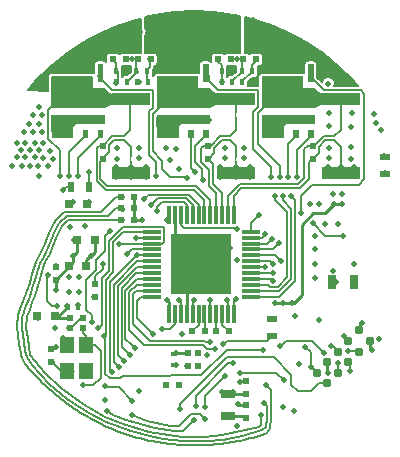
<source format=gbl>
G04 #@! TF.GenerationSoftware,KiCad,Pcbnew,(5.1.5)-3*
G04 #@! TF.CreationDate,2020-04-05T02:52:48-02:30*
G04 #@! TF.ProjectId,Thruster_Controller,54687275-7374-4657-925f-436f6e74726f,rev?*
G04 #@! TF.SameCoordinates,Original*
G04 #@! TF.FileFunction,Copper,L4,Bot*
G04 #@! TF.FilePolarity,Positive*
%FSLAX46Y46*%
G04 Gerber Fmt 4.6, Leading zero omitted, Abs format (unit mm)*
G04 Created by KiCad (PCBNEW (5.1.5)-3) date 2020-04-05 02:52:48*
%MOMM*%
%LPD*%
G04 APERTURE LIST*
%ADD10C,0.100000*%
%ADD11R,5.170000X5.170000*%
%ADD12R,0.300000X1.500000*%
%ADD13R,1.500000X0.300000*%
%ADD14C,0.787400*%
%ADD15R,1.300000X0.700000*%
%ADD16R,0.600000X0.400000*%
%ADD17R,1.150000X1.400000*%
%ADD18C,0.127000*%
%ADD19R,0.500000X0.600000*%
%ADD20R,0.600000X0.500000*%
%ADD21R,0.900000X0.500000*%
%ADD22R,0.400000X0.600000*%
%ADD23R,0.800000X0.750000*%
%ADD24R,0.500000X0.900000*%
%ADD25R,0.700000X1.300000*%
%ADD26R,3.200000X1.000000*%
%ADD27C,0.500000*%
%ADD28C,0.127000*%
%ADD29C,0.250000*%
%ADD30C,0.200000*%
G04 APERTURE END LIST*
D10*
G36*
X102836500Y-93369000D02*
G01*
X102836500Y-93750000D01*
X102963500Y-93750000D01*
X102963500Y-93369000D01*
X102836500Y-93369000D01*
G37*
G36*
X93936500Y-93359500D02*
G01*
X93936500Y-93740500D01*
X94063500Y-93740500D01*
X94063500Y-93359500D01*
X93936500Y-93359500D01*
G37*
G36*
X111736500Y-93359500D02*
G01*
X111736500Y-93740500D01*
X111863500Y-93740500D01*
X111863500Y-93359500D01*
X111736500Y-93359500D01*
G37*
G36*
X102963500Y-90040500D02*
G01*
X102963500Y-89659500D01*
X102836500Y-89659500D01*
X102836500Y-90040500D01*
X102963500Y-90040500D01*
G37*
G36*
X94013500Y-90040500D02*
G01*
X94013500Y-89659500D01*
X93886500Y-89659500D01*
X93886500Y-90040500D01*
X94013500Y-90040500D01*
G37*
G36*
X111863500Y-90040500D02*
G01*
X111863500Y-89659500D01*
X111736500Y-89659500D01*
X111736500Y-90040500D01*
X111863500Y-90040500D01*
G37*
D11*
X100000000Y-102500000D03*
D12*
X97250000Y-106700000D03*
X97750000Y-106700000D03*
X98250000Y-106700000D03*
X98750000Y-106700000D03*
X99250000Y-106700000D03*
X99750000Y-106700000D03*
X100250000Y-106700000D03*
X100750000Y-106700000D03*
X101250000Y-106700000D03*
X101750000Y-106700000D03*
X102250000Y-106700000D03*
X102750000Y-106700000D03*
D13*
X104200000Y-105250000D03*
X104200000Y-104750000D03*
X104200000Y-104250000D03*
X104200000Y-103750000D03*
X104200000Y-103250000D03*
X104200000Y-102750000D03*
X104200000Y-102250000D03*
X104200000Y-101750000D03*
X104200000Y-101250000D03*
X104200000Y-100750000D03*
X104200000Y-100250000D03*
X104200000Y-99750000D03*
D12*
X102750000Y-98300000D03*
X102250000Y-98300000D03*
X101750000Y-98300000D03*
X101250000Y-98300000D03*
X100750000Y-98300000D03*
X100250000Y-98300000D03*
X99750000Y-98300000D03*
X99250000Y-98300000D03*
X98750000Y-98300000D03*
X98250000Y-98300000D03*
X97750000Y-98300000D03*
X97250000Y-98300000D03*
D13*
X95800000Y-99750000D03*
X95800000Y-100250000D03*
X95800000Y-100750000D03*
X95800000Y-101250000D03*
X95800000Y-101750000D03*
X95800000Y-102250000D03*
X95800000Y-102750000D03*
X95800000Y-103250000D03*
X95800000Y-103750000D03*
X95800000Y-104250000D03*
X95800000Y-104750000D03*
X95800000Y-105250000D03*
G04 #@! TA.AperFunction,SMDPad,CuDef*
D10*
G36*
X98019901Y-91146241D02*
G01*
X98024755Y-91146961D01*
X98029514Y-91148153D01*
X98034134Y-91149806D01*
X98038570Y-91151904D01*
X98042779Y-91154427D01*
X98046720Y-91157349D01*
X98050355Y-91160645D01*
X98053651Y-91164280D01*
X98056573Y-91168221D01*
X98059096Y-91172430D01*
X98061194Y-91176866D01*
X98062847Y-91181486D01*
X98064039Y-91186245D01*
X98064759Y-91191099D01*
X98065000Y-91196000D01*
X98065000Y-91796000D01*
X98064759Y-91800901D01*
X98064039Y-91805755D01*
X98062847Y-91810514D01*
X98061194Y-91815134D01*
X98059096Y-91819570D01*
X98056573Y-91823779D01*
X98053651Y-91827720D01*
X98050355Y-91831355D01*
X98046720Y-91834651D01*
X98042779Y-91837573D01*
X98038570Y-91840096D01*
X98034134Y-91842194D01*
X98029514Y-91843847D01*
X98024755Y-91845039D01*
X98019901Y-91845759D01*
X98015000Y-91846000D01*
X97615000Y-91846000D01*
X97610099Y-91845759D01*
X97605245Y-91845039D01*
X97600486Y-91843847D01*
X97595866Y-91842194D01*
X97591430Y-91840096D01*
X97587221Y-91837573D01*
X97583280Y-91834651D01*
X97579645Y-91831355D01*
X97576349Y-91827720D01*
X97573427Y-91823779D01*
X97570904Y-91819570D01*
X97568806Y-91815134D01*
X97567153Y-91810514D01*
X97565961Y-91805755D01*
X97565241Y-91800901D01*
X97565000Y-91796000D01*
X97565000Y-91196000D01*
X97565241Y-91191099D01*
X97565961Y-91186245D01*
X97567153Y-91181486D01*
X97568806Y-91176866D01*
X97570904Y-91172430D01*
X97573427Y-91168221D01*
X97576349Y-91164280D01*
X97579645Y-91160645D01*
X97583280Y-91157349D01*
X97587221Y-91154427D01*
X97591430Y-91151904D01*
X97595866Y-91149806D01*
X97600486Y-91148153D01*
X97605245Y-91146961D01*
X97610099Y-91146241D01*
X97615000Y-91146000D01*
X98015000Y-91146000D01*
X98019901Y-91146241D01*
G37*
G04 #@! TD.AperFunction*
G04 #@! TA.AperFunction,SMDPad,CuDef*
G36*
X99289901Y-91146241D02*
G01*
X99294755Y-91146961D01*
X99299514Y-91148153D01*
X99304134Y-91149806D01*
X99308570Y-91151904D01*
X99312779Y-91154427D01*
X99316720Y-91157349D01*
X99320355Y-91160645D01*
X99323651Y-91164280D01*
X99326573Y-91168221D01*
X99329096Y-91172430D01*
X99331194Y-91176866D01*
X99332847Y-91181486D01*
X99334039Y-91186245D01*
X99334759Y-91191099D01*
X99335000Y-91196000D01*
X99335000Y-91796000D01*
X99334759Y-91800901D01*
X99334039Y-91805755D01*
X99332847Y-91810514D01*
X99331194Y-91815134D01*
X99329096Y-91819570D01*
X99326573Y-91823779D01*
X99323651Y-91827720D01*
X99320355Y-91831355D01*
X99316720Y-91834651D01*
X99312779Y-91837573D01*
X99308570Y-91840096D01*
X99304134Y-91842194D01*
X99299514Y-91843847D01*
X99294755Y-91845039D01*
X99289901Y-91845759D01*
X99285000Y-91846000D01*
X98885000Y-91846000D01*
X98880099Y-91845759D01*
X98875245Y-91845039D01*
X98870486Y-91843847D01*
X98865866Y-91842194D01*
X98861430Y-91840096D01*
X98857221Y-91837573D01*
X98853280Y-91834651D01*
X98849645Y-91831355D01*
X98846349Y-91827720D01*
X98843427Y-91823779D01*
X98840904Y-91819570D01*
X98838806Y-91815134D01*
X98837153Y-91810514D01*
X98835961Y-91805755D01*
X98835241Y-91800901D01*
X98835000Y-91796000D01*
X98835000Y-91196000D01*
X98835241Y-91191099D01*
X98835961Y-91186245D01*
X98837153Y-91181486D01*
X98838806Y-91176866D01*
X98840904Y-91172430D01*
X98843427Y-91168221D01*
X98846349Y-91164280D01*
X98849645Y-91160645D01*
X98853280Y-91157349D01*
X98857221Y-91154427D01*
X98861430Y-91151904D01*
X98865866Y-91149806D01*
X98870486Y-91148153D01*
X98875245Y-91146961D01*
X98880099Y-91146241D01*
X98885000Y-91146000D01*
X99285000Y-91146000D01*
X99289901Y-91146241D01*
G37*
G04 #@! TD.AperFunction*
G04 #@! TA.AperFunction,SMDPad,CuDef*
G36*
X96749901Y-91146241D02*
G01*
X96754755Y-91146961D01*
X96759514Y-91148153D01*
X96764134Y-91149806D01*
X96768570Y-91151904D01*
X96772779Y-91154427D01*
X96776720Y-91157349D01*
X96780355Y-91160645D01*
X96783651Y-91164280D01*
X96786573Y-91168221D01*
X96789096Y-91172430D01*
X96791194Y-91176866D01*
X96792847Y-91181486D01*
X96794039Y-91186245D01*
X96794759Y-91191099D01*
X96795000Y-91196000D01*
X96795000Y-91796000D01*
X96794759Y-91800901D01*
X96794039Y-91805755D01*
X96792847Y-91810514D01*
X96791194Y-91815134D01*
X96789096Y-91819570D01*
X96786573Y-91823779D01*
X96783651Y-91827720D01*
X96780355Y-91831355D01*
X96776720Y-91834651D01*
X96772779Y-91837573D01*
X96768570Y-91840096D01*
X96764134Y-91842194D01*
X96759514Y-91843847D01*
X96754755Y-91845039D01*
X96749901Y-91845759D01*
X96745000Y-91846000D01*
X96345000Y-91846000D01*
X96340099Y-91845759D01*
X96335245Y-91845039D01*
X96330486Y-91843847D01*
X96325866Y-91842194D01*
X96321430Y-91840096D01*
X96317221Y-91837573D01*
X96313280Y-91834651D01*
X96309645Y-91831355D01*
X96306349Y-91827720D01*
X96303427Y-91823779D01*
X96300904Y-91819570D01*
X96298806Y-91815134D01*
X96297153Y-91810514D01*
X96295961Y-91805755D01*
X96295241Y-91800901D01*
X96295000Y-91796000D01*
X96295000Y-91196000D01*
X96295241Y-91191099D01*
X96295961Y-91186245D01*
X96297153Y-91181486D01*
X96298806Y-91176866D01*
X96300904Y-91172430D01*
X96303427Y-91168221D01*
X96306349Y-91164280D01*
X96309645Y-91160645D01*
X96313280Y-91157349D01*
X96317221Y-91154427D01*
X96321430Y-91151904D01*
X96325866Y-91149806D01*
X96330486Y-91148153D01*
X96335245Y-91146961D01*
X96340099Y-91146241D01*
X96345000Y-91146000D01*
X96745000Y-91146000D01*
X96749901Y-91146241D01*
G37*
G04 #@! TD.AperFunction*
G04 #@! TA.AperFunction,SMDPad,CuDef*
G36*
X100559901Y-91146241D02*
G01*
X100564755Y-91146961D01*
X100569514Y-91148153D01*
X100574134Y-91149806D01*
X100578570Y-91151904D01*
X100582779Y-91154427D01*
X100586720Y-91157349D01*
X100590355Y-91160645D01*
X100593651Y-91164280D01*
X100596573Y-91168221D01*
X100599096Y-91172430D01*
X100601194Y-91176866D01*
X100602847Y-91181486D01*
X100604039Y-91186245D01*
X100604759Y-91191099D01*
X100605000Y-91196000D01*
X100605000Y-91796000D01*
X100604759Y-91800901D01*
X100604039Y-91805755D01*
X100602847Y-91810514D01*
X100601194Y-91815134D01*
X100599096Y-91819570D01*
X100596573Y-91823779D01*
X100593651Y-91827720D01*
X100590355Y-91831355D01*
X100586720Y-91834651D01*
X100582779Y-91837573D01*
X100578570Y-91840096D01*
X100574134Y-91842194D01*
X100569514Y-91843847D01*
X100564755Y-91845039D01*
X100559901Y-91845759D01*
X100555000Y-91846000D01*
X100155000Y-91846000D01*
X100150099Y-91845759D01*
X100145245Y-91845039D01*
X100140486Y-91843847D01*
X100135866Y-91842194D01*
X100131430Y-91840096D01*
X100127221Y-91837573D01*
X100123280Y-91834651D01*
X100119645Y-91831355D01*
X100116349Y-91827720D01*
X100113427Y-91823779D01*
X100110904Y-91819570D01*
X100108806Y-91815134D01*
X100107153Y-91810514D01*
X100105961Y-91805755D01*
X100105241Y-91800901D01*
X100105000Y-91796000D01*
X100105000Y-91196000D01*
X100105241Y-91191099D01*
X100105961Y-91186245D01*
X100107153Y-91181486D01*
X100108806Y-91176866D01*
X100110904Y-91172430D01*
X100113427Y-91168221D01*
X100116349Y-91164280D01*
X100119645Y-91160645D01*
X100123280Y-91157349D01*
X100127221Y-91154427D01*
X100131430Y-91151904D01*
X100135866Y-91149806D01*
X100140486Y-91148153D01*
X100145245Y-91146961D01*
X100150099Y-91146241D01*
X100155000Y-91146000D01*
X100555000Y-91146000D01*
X100559901Y-91146241D01*
G37*
G04 #@! TD.AperFunction*
G04 #@! TA.AperFunction,SMDPad,CuDef*
G36*
X100663921Y-89870193D02*
G01*
X100667804Y-89870769D01*
X100671611Y-89871722D01*
X100675307Y-89873045D01*
X100678856Y-89874723D01*
X100682223Y-89876741D01*
X100685376Y-89879080D01*
X100688284Y-89881716D01*
X100690920Y-89884624D01*
X100693259Y-89887777D01*
X100695277Y-89891144D01*
X100696955Y-89894693D01*
X100698278Y-89898389D01*
X100699231Y-89902196D01*
X100699807Y-89906079D01*
X100700000Y-89910000D01*
X100700000Y-90630000D01*
X100699807Y-90633921D01*
X100699231Y-90637804D01*
X100698278Y-90641611D01*
X100696955Y-90645307D01*
X100695277Y-90648856D01*
X100693259Y-90652223D01*
X100690920Y-90655376D01*
X100688284Y-90658284D01*
X100685376Y-90660920D01*
X100682223Y-90663259D01*
X100678856Y-90665277D01*
X100675307Y-90666955D01*
X100671611Y-90668278D01*
X100667804Y-90669231D01*
X100663921Y-90669807D01*
X100660000Y-90670000D01*
X96240000Y-90670000D01*
X96236079Y-90669807D01*
X96232196Y-90669231D01*
X96228389Y-90668278D01*
X96224693Y-90666955D01*
X96221144Y-90665277D01*
X96217777Y-90663259D01*
X96214624Y-90660920D01*
X96211716Y-90658284D01*
X96209080Y-90655376D01*
X96206741Y-90652223D01*
X96204723Y-90648856D01*
X96203045Y-90645307D01*
X96201722Y-90641611D01*
X96200769Y-90637804D01*
X96200193Y-90633921D01*
X96200000Y-90630000D01*
X96200000Y-89910000D01*
X96200193Y-89906079D01*
X96200769Y-89902196D01*
X96201722Y-89898389D01*
X96203045Y-89894693D01*
X96204723Y-89891144D01*
X96206741Y-89887777D01*
X96209080Y-89884624D01*
X96211716Y-89881716D01*
X96214624Y-89879080D01*
X96217777Y-89876741D01*
X96221144Y-89874723D01*
X96224693Y-89873045D01*
X96228389Y-89871722D01*
X96232196Y-89870769D01*
X96236079Y-89870193D01*
X96240000Y-89870000D01*
X100660000Y-89870000D01*
X100663921Y-89870193D01*
G37*
G04 #@! TD.AperFunction*
G04 #@! TA.AperFunction,SMDPad,CuDef*
G36*
X96240245Y-89299039D02*
G01*
X96230866Y-89296194D01*
X96222221Y-89291573D01*
X96214645Y-89285355D01*
X96208427Y-89277779D01*
X96203806Y-89269134D01*
X96200961Y-89259755D01*
X96200000Y-89250000D01*
X96200000Y-86650000D01*
X96200961Y-86640245D01*
X96203806Y-86630866D01*
X96208427Y-86622221D01*
X96214645Y-86614645D01*
X96222221Y-86608427D01*
X96230866Y-86603806D01*
X96240245Y-86600961D01*
X96250000Y-86600000D01*
X99650000Y-86600000D01*
X99659755Y-86600961D01*
X99669134Y-86603806D01*
X99677779Y-86608427D01*
X99685355Y-86614645D01*
X99691573Y-86622221D01*
X99696194Y-86630866D01*
X99699039Y-86640245D01*
X99700000Y-86650000D01*
X99700000Y-87600000D01*
X100650000Y-87600000D01*
X100659755Y-87600961D01*
X100669134Y-87603806D01*
X100677779Y-87608427D01*
X100685355Y-87614645D01*
X100691573Y-87622221D01*
X100696194Y-87630866D01*
X100699039Y-87640245D01*
X100700000Y-87650000D01*
X100700000Y-89250000D01*
X100699039Y-89259755D01*
X100696194Y-89269134D01*
X100691573Y-89277779D01*
X100685355Y-89285355D01*
X100677779Y-89291573D01*
X100669134Y-89296194D01*
X100659755Y-89299039D01*
X100650000Y-89300000D01*
X96250000Y-89300000D01*
X96240245Y-89299039D01*
G37*
G04 #@! TD.AperFunction*
G04 #@! TA.AperFunction,SMDPad,CuDef*
G36*
X99595881Y-85550289D02*
G01*
X99601705Y-85551153D01*
X99607417Y-85552584D01*
X99612961Y-85554567D01*
X99618284Y-85557085D01*
X99623334Y-85560112D01*
X99628064Y-85563619D01*
X99632426Y-85567574D01*
X99636381Y-85571936D01*
X99639888Y-85576666D01*
X99642915Y-85581716D01*
X99645433Y-85587039D01*
X99647416Y-85592583D01*
X99648847Y-85598295D01*
X99649711Y-85604119D01*
X99650000Y-85610000D01*
X99650000Y-86090000D01*
X99649711Y-86095881D01*
X99648847Y-86101705D01*
X99647416Y-86107417D01*
X99645433Y-86112961D01*
X99642915Y-86118284D01*
X99639888Y-86123334D01*
X99636381Y-86128064D01*
X99632426Y-86132426D01*
X99628064Y-86136381D01*
X99623334Y-86139888D01*
X99618284Y-86142915D01*
X99612961Y-86145433D01*
X99607417Y-86147416D01*
X99601705Y-86148847D01*
X99595881Y-86149711D01*
X99590000Y-86150000D01*
X96310000Y-86150000D01*
X96304119Y-86149711D01*
X96298295Y-86148847D01*
X96292583Y-86147416D01*
X96287039Y-86145433D01*
X96281716Y-86142915D01*
X96276666Y-86139888D01*
X96271936Y-86136381D01*
X96267574Y-86132426D01*
X96263619Y-86128064D01*
X96260112Y-86123334D01*
X96257085Y-86118284D01*
X96254567Y-86112961D01*
X96252584Y-86107417D01*
X96251153Y-86101705D01*
X96250289Y-86095881D01*
X96250000Y-86090000D01*
X96250000Y-85610000D01*
X96250289Y-85604119D01*
X96251153Y-85598295D01*
X96252584Y-85592583D01*
X96254567Y-85587039D01*
X96257085Y-85581716D01*
X96260112Y-85576666D01*
X96263619Y-85571936D01*
X96267574Y-85567574D01*
X96271936Y-85563619D01*
X96276666Y-85560112D01*
X96281716Y-85557085D01*
X96287039Y-85554567D01*
X96292583Y-85552584D01*
X96298295Y-85551153D01*
X96304119Y-85550289D01*
X96310000Y-85550000D01*
X99590000Y-85550000D01*
X99595881Y-85550289D01*
G37*
G04 #@! TD.AperFunction*
G04 #@! TA.AperFunction,SMDPad,CuDef*
G36*
X100559901Y-85550241D02*
G01*
X100564755Y-85550961D01*
X100569514Y-85552153D01*
X100574134Y-85553806D01*
X100578570Y-85555904D01*
X100582779Y-85558427D01*
X100586720Y-85561349D01*
X100590355Y-85564645D01*
X100593651Y-85568280D01*
X100596573Y-85572221D01*
X100599096Y-85576430D01*
X100601194Y-85580866D01*
X100602847Y-85585486D01*
X100604039Y-85590245D01*
X100604759Y-85595099D01*
X100605000Y-85600000D01*
X100605000Y-87000000D01*
X100604759Y-87004901D01*
X100604039Y-87009755D01*
X100602847Y-87014514D01*
X100601194Y-87019134D01*
X100599096Y-87023570D01*
X100596573Y-87027779D01*
X100593651Y-87031720D01*
X100590355Y-87035355D01*
X100586720Y-87038651D01*
X100582779Y-87041573D01*
X100578570Y-87044096D01*
X100574134Y-87046194D01*
X100569514Y-87047847D01*
X100564755Y-87049039D01*
X100559901Y-87049759D01*
X100555000Y-87050000D01*
X100155000Y-87050000D01*
X100150099Y-87049759D01*
X100145245Y-87049039D01*
X100140486Y-87047847D01*
X100135866Y-87046194D01*
X100131430Y-87044096D01*
X100127221Y-87041573D01*
X100123280Y-87038651D01*
X100119645Y-87035355D01*
X100116349Y-87031720D01*
X100113427Y-87027779D01*
X100110904Y-87023570D01*
X100108806Y-87019134D01*
X100107153Y-87014514D01*
X100105961Y-87009755D01*
X100105241Y-87004901D01*
X100105000Y-87000000D01*
X100105000Y-85600000D01*
X100105241Y-85595099D01*
X100105961Y-85590245D01*
X100107153Y-85585486D01*
X100108806Y-85580866D01*
X100110904Y-85576430D01*
X100113427Y-85572221D01*
X100116349Y-85568280D01*
X100119645Y-85564645D01*
X100123280Y-85561349D01*
X100127221Y-85558427D01*
X100131430Y-85555904D01*
X100135866Y-85553806D01*
X100140486Y-85552153D01*
X100145245Y-85550961D01*
X100150099Y-85550241D01*
X100155000Y-85550000D01*
X100555000Y-85550000D01*
X100559901Y-85550241D01*
G37*
G04 #@! TD.AperFunction*
D14*
X113347038Y-108104936D03*
X112449013Y-109002962D03*
X111550987Y-109900987D03*
X110652962Y-110799013D03*
X109754936Y-111697038D03*
X110652962Y-112595064D03*
X111550987Y-111697038D03*
X112449013Y-110799013D03*
X113347038Y-109900987D03*
X114245064Y-109002962D03*
D15*
X102250000Y-115350000D03*
X102250000Y-113450000D03*
D16*
X97700000Y-110125000D03*
X97700000Y-111025000D03*
D17*
X88650000Y-109375000D03*
X88650000Y-111575000D03*
X90250000Y-111575000D03*
X90250000Y-109375000D03*
D18*
X102900000Y-93750000D03*
X102900000Y-93369000D03*
X94000000Y-93359500D03*
X94000000Y-93740500D03*
X111800000Y-93359500D03*
X111800000Y-93740500D03*
X102900000Y-89659500D03*
X102900000Y-90040500D03*
X93950000Y-90040500D03*
X93950000Y-89659500D03*
X111800000Y-89659500D03*
X111800000Y-90040500D03*
D19*
X109425000Y-93550000D03*
X109425000Y-92450000D03*
X100575000Y-92450000D03*
X100575000Y-93550000D03*
X91675000Y-93575000D03*
X91675000Y-92475000D03*
D20*
X100275000Y-108175000D03*
X99175000Y-108175000D03*
X102350000Y-108175000D03*
X101250000Y-108175000D03*
D21*
X115530000Y-94900000D03*
X115530000Y-93400000D03*
D20*
X102500000Y-85150000D03*
X101400000Y-85150000D03*
X92500000Y-85150000D03*
X93600000Y-85150000D03*
X104600000Y-85150000D03*
X103500000Y-85150000D03*
X94600000Y-85150000D03*
X95700000Y-85150000D03*
X94300000Y-98750000D03*
X93200000Y-98750000D03*
X93200000Y-97775000D03*
X94300000Y-97775000D03*
X94300000Y-96800000D03*
X93200000Y-96800000D03*
D22*
X101700000Y-86100000D03*
X102600000Y-86100000D03*
X92800000Y-86120000D03*
X93700000Y-86120000D03*
X104375000Y-87100000D03*
X103475000Y-87100000D03*
X101700000Y-87100000D03*
X102600000Y-87100000D03*
X92800000Y-87100000D03*
X93700000Y-87100000D03*
X103400000Y-86100000D03*
X104300000Y-86100000D03*
X95475000Y-87100000D03*
X94575000Y-87100000D03*
X95400000Y-86125000D03*
X94500000Y-86125000D03*
G04 #@! TA.AperFunction,SMDPad,CuDef*
D10*
G36*
X89119901Y-91146241D02*
G01*
X89124755Y-91146961D01*
X89129514Y-91148153D01*
X89134134Y-91149806D01*
X89138570Y-91151904D01*
X89142779Y-91154427D01*
X89146720Y-91157349D01*
X89150355Y-91160645D01*
X89153651Y-91164280D01*
X89156573Y-91168221D01*
X89159096Y-91172430D01*
X89161194Y-91176866D01*
X89162847Y-91181486D01*
X89164039Y-91186245D01*
X89164759Y-91191099D01*
X89165000Y-91196000D01*
X89165000Y-91796000D01*
X89164759Y-91800901D01*
X89164039Y-91805755D01*
X89162847Y-91810514D01*
X89161194Y-91815134D01*
X89159096Y-91819570D01*
X89156573Y-91823779D01*
X89153651Y-91827720D01*
X89150355Y-91831355D01*
X89146720Y-91834651D01*
X89142779Y-91837573D01*
X89138570Y-91840096D01*
X89134134Y-91842194D01*
X89129514Y-91843847D01*
X89124755Y-91845039D01*
X89119901Y-91845759D01*
X89115000Y-91846000D01*
X88715000Y-91846000D01*
X88710099Y-91845759D01*
X88705245Y-91845039D01*
X88700486Y-91843847D01*
X88695866Y-91842194D01*
X88691430Y-91840096D01*
X88687221Y-91837573D01*
X88683280Y-91834651D01*
X88679645Y-91831355D01*
X88676349Y-91827720D01*
X88673427Y-91823779D01*
X88670904Y-91819570D01*
X88668806Y-91815134D01*
X88667153Y-91810514D01*
X88665961Y-91805755D01*
X88665241Y-91800901D01*
X88665000Y-91796000D01*
X88665000Y-91196000D01*
X88665241Y-91191099D01*
X88665961Y-91186245D01*
X88667153Y-91181486D01*
X88668806Y-91176866D01*
X88670904Y-91172430D01*
X88673427Y-91168221D01*
X88676349Y-91164280D01*
X88679645Y-91160645D01*
X88683280Y-91157349D01*
X88687221Y-91154427D01*
X88691430Y-91151904D01*
X88695866Y-91149806D01*
X88700486Y-91148153D01*
X88705245Y-91146961D01*
X88710099Y-91146241D01*
X88715000Y-91146000D01*
X89115000Y-91146000D01*
X89119901Y-91146241D01*
G37*
G04 #@! TD.AperFunction*
G04 #@! TA.AperFunction,SMDPad,CuDef*
G36*
X90389901Y-91146241D02*
G01*
X90394755Y-91146961D01*
X90399514Y-91148153D01*
X90404134Y-91149806D01*
X90408570Y-91151904D01*
X90412779Y-91154427D01*
X90416720Y-91157349D01*
X90420355Y-91160645D01*
X90423651Y-91164280D01*
X90426573Y-91168221D01*
X90429096Y-91172430D01*
X90431194Y-91176866D01*
X90432847Y-91181486D01*
X90434039Y-91186245D01*
X90434759Y-91191099D01*
X90435000Y-91196000D01*
X90435000Y-91796000D01*
X90434759Y-91800901D01*
X90434039Y-91805755D01*
X90432847Y-91810514D01*
X90431194Y-91815134D01*
X90429096Y-91819570D01*
X90426573Y-91823779D01*
X90423651Y-91827720D01*
X90420355Y-91831355D01*
X90416720Y-91834651D01*
X90412779Y-91837573D01*
X90408570Y-91840096D01*
X90404134Y-91842194D01*
X90399514Y-91843847D01*
X90394755Y-91845039D01*
X90389901Y-91845759D01*
X90385000Y-91846000D01*
X89985000Y-91846000D01*
X89980099Y-91845759D01*
X89975245Y-91845039D01*
X89970486Y-91843847D01*
X89965866Y-91842194D01*
X89961430Y-91840096D01*
X89957221Y-91837573D01*
X89953280Y-91834651D01*
X89949645Y-91831355D01*
X89946349Y-91827720D01*
X89943427Y-91823779D01*
X89940904Y-91819570D01*
X89938806Y-91815134D01*
X89937153Y-91810514D01*
X89935961Y-91805755D01*
X89935241Y-91800901D01*
X89935000Y-91796000D01*
X89935000Y-91196000D01*
X89935241Y-91191099D01*
X89935961Y-91186245D01*
X89937153Y-91181486D01*
X89938806Y-91176866D01*
X89940904Y-91172430D01*
X89943427Y-91168221D01*
X89946349Y-91164280D01*
X89949645Y-91160645D01*
X89953280Y-91157349D01*
X89957221Y-91154427D01*
X89961430Y-91151904D01*
X89965866Y-91149806D01*
X89970486Y-91148153D01*
X89975245Y-91146961D01*
X89980099Y-91146241D01*
X89985000Y-91146000D01*
X90385000Y-91146000D01*
X90389901Y-91146241D01*
G37*
G04 #@! TD.AperFunction*
G04 #@! TA.AperFunction,SMDPad,CuDef*
G36*
X87849901Y-91146241D02*
G01*
X87854755Y-91146961D01*
X87859514Y-91148153D01*
X87864134Y-91149806D01*
X87868570Y-91151904D01*
X87872779Y-91154427D01*
X87876720Y-91157349D01*
X87880355Y-91160645D01*
X87883651Y-91164280D01*
X87886573Y-91168221D01*
X87889096Y-91172430D01*
X87891194Y-91176866D01*
X87892847Y-91181486D01*
X87894039Y-91186245D01*
X87894759Y-91191099D01*
X87895000Y-91196000D01*
X87895000Y-91796000D01*
X87894759Y-91800901D01*
X87894039Y-91805755D01*
X87892847Y-91810514D01*
X87891194Y-91815134D01*
X87889096Y-91819570D01*
X87886573Y-91823779D01*
X87883651Y-91827720D01*
X87880355Y-91831355D01*
X87876720Y-91834651D01*
X87872779Y-91837573D01*
X87868570Y-91840096D01*
X87864134Y-91842194D01*
X87859514Y-91843847D01*
X87854755Y-91845039D01*
X87849901Y-91845759D01*
X87845000Y-91846000D01*
X87445000Y-91846000D01*
X87440099Y-91845759D01*
X87435245Y-91845039D01*
X87430486Y-91843847D01*
X87425866Y-91842194D01*
X87421430Y-91840096D01*
X87417221Y-91837573D01*
X87413280Y-91834651D01*
X87409645Y-91831355D01*
X87406349Y-91827720D01*
X87403427Y-91823779D01*
X87400904Y-91819570D01*
X87398806Y-91815134D01*
X87397153Y-91810514D01*
X87395961Y-91805755D01*
X87395241Y-91800901D01*
X87395000Y-91796000D01*
X87395000Y-91196000D01*
X87395241Y-91191099D01*
X87395961Y-91186245D01*
X87397153Y-91181486D01*
X87398806Y-91176866D01*
X87400904Y-91172430D01*
X87403427Y-91168221D01*
X87406349Y-91164280D01*
X87409645Y-91160645D01*
X87413280Y-91157349D01*
X87417221Y-91154427D01*
X87421430Y-91151904D01*
X87425866Y-91149806D01*
X87430486Y-91148153D01*
X87435245Y-91146961D01*
X87440099Y-91146241D01*
X87445000Y-91146000D01*
X87845000Y-91146000D01*
X87849901Y-91146241D01*
G37*
G04 #@! TD.AperFunction*
G04 #@! TA.AperFunction,SMDPad,CuDef*
G36*
X91659901Y-91146241D02*
G01*
X91664755Y-91146961D01*
X91669514Y-91148153D01*
X91674134Y-91149806D01*
X91678570Y-91151904D01*
X91682779Y-91154427D01*
X91686720Y-91157349D01*
X91690355Y-91160645D01*
X91693651Y-91164280D01*
X91696573Y-91168221D01*
X91699096Y-91172430D01*
X91701194Y-91176866D01*
X91702847Y-91181486D01*
X91704039Y-91186245D01*
X91704759Y-91191099D01*
X91705000Y-91196000D01*
X91705000Y-91796000D01*
X91704759Y-91800901D01*
X91704039Y-91805755D01*
X91702847Y-91810514D01*
X91701194Y-91815134D01*
X91699096Y-91819570D01*
X91696573Y-91823779D01*
X91693651Y-91827720D01*
X91690355Y-91831355D01*
X91686720Y-91834651D01*
X91682779Y-91837573D01*
X91678570Y-91840096D01*
X91674134Y-91842194D01*
X91669514Y-91843847D01*
X91664755Y-91845039D01*
X91659901Y-91845759D01*
X91655000Y-91846000D01*
X91255000Y-91846000D01*
X91250099Y-91845759D01*
X91245245Y-91845039D01*
X91240486Y-91843847D01*
X91235866Y-91842194D01*
X91231430Y-91840096D01*
X91227221Y-91837573D01*
X91223280Y-91834651D01*
X91219645Y-91831355D01*
X91216349Y-91827720D01*
X91213427Y-91823779D01*
X91210904Y-91819570D01*
X91208806Y-91815134D01*
X91207153Y-91810514D01*
X91205961Y-91805755D01*
X91205241Y-91800901D01*
X91205000Y-91796000D01*
X91205000Y-91196000D01*
X91205241Y-91191099D01*
X91205961Y-91186245D01*
X91207153Y-91181486D01*
X91208806Y-91176866D01*
X91210904Y-91172430D01*
X91213427Y-91168221D01*
X91216349Y-91164280D01*
X91219645Y-91160645D01*
X91223280Y-91157349D01*
X91227221Y-91154427D01*
X91231430Y-91151904D01*
X91235866Y-91149806D01*
X91240486Y-91148153D01*
X91245245Y-91146961D01*
X91250099Y-91146241D01*
X91255000Y-91146000D01*
X91655000Y-91146000D01*
X91659901Y-91146241D01*
G37*
G04 #@! TD.AperFunction*
G04 #@! TA.AperFunction,SMDPad,CuDef*
G36*
X91763921Y-89870193D02*
G01*
X91767804Y-89870769D01*
X91771611Y-89871722D01*
X91775307Y-89873045D01*
X91778856Y-89874723D01*
X91782223Y-89876741D01*
X91785376Y-89879080D01*
X91788284Y-89881716D01*
X91790920Y-89884624D01*
X91793259Y-89887777D01*
X91795277Y-89891144D01*
X91796955Y-89894693D01*
X91798278Y-89898389D01*
X91799231Y-89902196D01*
X91799807Y-89906079D01*
X91800000Y-89910000D01*
X91800000Y-90630000D01*
X91799807Y-90633921D01*
X91799231Y-90637804D01*
X91798278Y-90641611D01*
X91796955Y-90645307D01*
X91795277Y-90648856D01*
X91793259Y-90652223D01*
X91790920Y-90655376D01*
X91788284Y-90658284D01*
X91785376Y-90660920D01*
X91782223Y-90663259D01*
X91778856Y-90665277D01*
X91775307Y-90666955D01*
X91771611Y-90668278D01*
X91767804Y-90669231D01*
X91763921Y-90669807D01*
X91760000Y-90670000D01*
X87340000Y-90670000D01*
X87336079Y-90669807D01*
X87332196Y-90669231D01*
X87328389Y-90668278D01*
X87324693Y-90666955D01*
X87321144Y-90665277D01*
X87317777Y-90663259D01*
X87314624Y-90660920D01*
X87311716Y-90658284D01*
X87309080Y-90655376D01*
X87306741Y-90652223D01*
X87304723Y-90648856D01*
X87303045Y-90645307D01*
X87301722Y-90641611D01*
X87300769Y-90637804D01*
X87300193Y-90633921D01*
X87300000Y-90630000D01*
X87300000Y-89910000D01*
X87300193Y-89906079D01*
X87300769Y-89902196D01*
X87301722Y-89898389D01*
X87303045Y-89894693D01*
X87304723Y-89891144D01*
X87306741Y-89887777D01*
X87309080Y-89884624D01*
X87311716Y-89881716D01*
X87314624Y-89879080D01*
X87317777Y-89876741D01*
X87321144Y-89874723D01*
X87324693Y-89873045D01*
X87328389Y-89871722D01*
X87332196Y-89870769D01*
X87336079Y-89870193D01*
X87340000Y-89870000D01*
X91760000Y-89870000D01*
X91763921Y-89870193D01*
G37*
G04 #@! TD.AperFunction*
G04 #@! TA.AperFunction,SMDPad,CuDef*
G36*
X87340245Y-89299039D02*
G01*
X87330866Y-89296194D01*
X87322221Y-89291573D01*
X87314645Y-89285355D01*
X87308427Y-89277779D01*
X87303806Y-89269134D01*
X87300961Y-89259755D01*
X87300000Y-89250000D01*
X87300000Y-86650000D01*
X87300961Y-86640245D01*
X87303806Y-86630866D01*
X87308427Y-86622221D01*
X87314645Y-86614645D01*
X87322221Y-86608427D01*
X87330866Y-86603806D01*
X87340245Y-86600961D01*
X87350000Y-86600000D01*
X90750000Y-86600000D01*
X90759755Y-86600961D01*
X90769134Y-86603806D01*
X90777779Y-86608427D01*
X90785355Y-86614645D01*
X90791573Y-86622221D01*
X90796194Y-86630866D01*
X90799039Y-86640245D01*
X90800000Y-86650000D01*
X90800000Y-87600000D01*
X91750000Y-87600000D01*
X91759755Y-87600961D01*
X91769134Y-87603806D01*
X91777779Y-87608427D01*
X91785355Y-87614645D01*
X91791573Y-87622221D01*
X91796194Y-87630866D01*
X91799039Y-87640245D01*
X91800000Y-87650000D01*
X91800000Y-89250000D01*
X91799039Y-89259755D01*
X91796194Y-89269134D01*
X91791573Y-89277779D01*
X91785355Y-89285355D01*
X91777779Y-89291573D01*
X91769134Y-89296194D01*
X91759755Y-89299039D01*
X91750000Y-89300000D01*
X87350000Y-89300000D01*
X87340245Y-89299039D01*
G37*
G04 #@! TD.AperFunction*
G04 #@! TA.AperFunction,SMDPad,CuDef*
G36*
X90695881Y-85550289D02*
G01*
X90701705Y-85551153D01*
X90707417Y-85552584D01*
X90712961Y-85554567D01*
X90718284Y-85557085D01*
X90723334Y-85560112D01*
X90728064Y-85563619D01*
X90732426Y-85567574D01*
X90736381Y-85571936D01*
X90739888Y-85576666D01*
X90742915Y-85581716D01*
X90745433Y-85587039D01*
X90747416Y-85592583D01*
X90748847Y-85598295D01*
X90749711Y-85604119D01*
X90750000Y-85610000D01*
X90750000Y-86090000D01*
X90749711Y-86095881D01*
X90748847Y-86101705D01*
X90747416Y-86107417D01*
X90745433Y-86112961D01*
X90742915Y-86118284D01*
X90739888Y-86123334D01*
X90736381Y-86128064D01*
X90732426Y-86132426D01*
X90728064Y-86136381D01*
X90723334Y-86139888D01*
X90718284Y-86142915D01*
X90712961Y-86145433D01*
X90707417Y-86147416D01*
X90701705Y-86148847D01*
X90695881Y-86149711D01*
X90690000Y-86150000D01*
X87410000Y-86150000D01*
X87404119Y-86149711D01*
X87398295Y-86148847D01*
X87392583Y-86147416D01*
X87387039Y-86145433D01*
X87381716Y-86142915D01*
X87376666Y-86139888D01*
X87371936Y-86136381D01*
X87367574Y-86132426D01*
X87363619Y-86128064D01*
X87360112Y-86123334D01*
X87357085Y-86118284D01*
X87354567Y-86112961D01*
X87352584Y-86107417D01*
X87351153Y-86101705D01*
X87350289Y-86095881D01*
X87350000Y-86090000D01*
X87350000Y-85610000D01*
X87350289Y-85604119D01*
X87351153Y-85598295D01*
X87352584Y-85592583D01*
X87354567Y-85587039D01*
X87357085Y-85581716D01*
X87360112Y-85576666D01*
X87363619Y-85571936D01*
X87367574Y-85567574D01*
X87371936Y-85563619D01*
X87376666Y-85560112D01*
X87381716Y-85557085D01*
X87387039Y-85554567D01*
X87392583Y-85552584D01*
X87398295Y-85551153D01*
X87404119Y-85550289D01*
X87410000Y-85550000D01*
X90690000Y-85550000D01*
X90695881Y-85550289D01*
G37*
G04 #@! TD.AperFunction*
G04 #@! TA.AperFunction,SMDPad,CuDef*
G36*
X91659901Y-85550241D02*
G01*
X91664755Y-85550961D01*
X91669514Y-85552153D01*
X91674134Y-85553806D01*
X91678570Y-85555904D01*
X91682779Y-85558427D01*
X91686720Y-85561349D01*
X91690355Y-85564645D01*
X91693651Y-85568280D01*
X91696573Y-85572221D01*
X91699096Y-85576430D01*
X91701194Y-85580866D01*
X91702847Y-85585486D01*
X91704039Y-85590245D01*
X91704759Y-85595099D01*
X91705000Y-85600000D01*
X91705000Y-87000000D01*
X91704759Y-87004901D01*
X91704039Y-87009755D01*
X91702847Y-87014514D01*
X91701194Y-87019134D01*
X91699096Y-87023570D01*
X91696573Y-87027779D01*
X91693651Y-87031720D01*
X91690355Y-87035355D01*
X91686720Y-87038651D01*
X91682779Y-87041573D01*
X91678570Y-87044096D01*
X91674134Y-87046194D01*
X91669514Y-87047847D01*
X91664755Y-87049039D01*
X91659901Y-87049759D01*
X91655000Y-87050000D01*
X91255000Y-87050000D01*
X91250099Y-87049759D01*
X91245245Y-87049039D01*
X91240486Y-87047847D01*
X91235866Y-87046194D01*
X91231430Y-87044096D01*
X91227221Y-87041573D01*
X91223280Y-87038651D01*
X91219645Y-87035355D01*
X91216349Y-87031720D01*
X91213427Y-87027779D01*
X91210904Y-87023570D01*
X91208806Y-87019134D01*
X91207153Y-87014514D01*
X91205961Y-87009755D01*
X91205241Y-87004901D01*
X91205000Y-87000000D01*
X91205000Y-85600000D01*
X91205241Y-85595099D01*
X91205961Y-85590245D01*
X91207153Y-85585486D01*
X91208806Y-85580866D01*
X91210904Y-85576430D01*
X91213427Y-85572221D01*
X91216349Y-85568280D01*
X91219645Y-85564645D01*
X91223280Y-85561349D01*
X91227221Y-85558427D01*
X91231430Y-85555904D01*
X91235866Y-85553806D01*
X91240486Y-85552153D01*
X91245245Y-85550961D01*
X91250099Y-85550241D01*
X91255000Y-85550000D01*
X91655000Y-85550000D01*
X91659901Y-85550241D01*
G37*
G04 #@! TD.AperFunction*
G04 #@! TA.AperFunction,SMDPad,CuDef*
G36*
X109459901Y-85550241D02*
G01*
X109464755Y-85550961D01*
X109469514Y-85552153D01*
X109474134Y-85553806D01*
X109478570Y-85555904D01*
X109482779Y-85558427D01*
X109486720Y-85561349D01*
X109490355Y-85564645D01*
X109493651Y-85568280D01*
X109496573Y-85572221D01*
X109499096Y-85576430D01*
X109501194Y-85580866D01*
X109502847Y-85585486D01*
X109504039Y-85590245D01*
X109504759Y-85595099D01*
X109505000Y-85600000D01*
X109505000Y-87000000D01*
X109504759Y-87004901D01*
X109504039Y-87009755D01*
X109502847Y-87014514D01*
X109501194Y-87019134D01*
X109499096Y-87023570D01*
X109496573Y-87027779D01*
X109493651Y-87031720D01*
X109490355Y-87035355D01*
X109486720Y-87038651D01*
X109482779Y-87041573D01*
X109478570Y-87044096D01*
X109474134Y-87046194D01*
X109469514Y-87047847D01*
X109464755Y-87049039D01*
X109459901Y-87049759D01*
X109455000Y-87050000D01*
X109055000Y-87050000D01*
X109050099Y-87049759D01*
X109045245Y-87049039D01*
X109040486Y-87047847D01*
X109035866Y-87046194D01*
X109031430Y-87044096D01*
X109027221Y-87041573D01*
X109023280Y-87038651D01*
X109019645Y-87035355D01*
X109016349Y-87031720D01*
X109013427Y-87027779D01*
X109010904Y-87023570D01*
X109008806Y-87019134D01*
X109007153Y-87014514D01*
X109005961Y-87009755D01*
X109005241Y-87004901D01*
X109005000Y-87000000D01*
X109005000Y-85600000D01*
X109005241Y-85595099D01*
X109005961Y-85590245D01*
X109007153Y-85585486D01*
X109008806Y-85580866D01*
X109010904Y-85576430D01*
X109013427Y-85572221D01*
X109016349Y-85568280D01*
X109019645Y-85564645D01*
X109023280Y-85561349D01*
X109027221Y-85558427D01*
X109031430Y-85555904D01*
X109035866Y-85553806D01*
X109040486Y-85552153D01*
X109045245Y-85550961D01*
X109050099Y-85550241D01*
X109055000Y-85550000D01*
X109455000Y-85550000D01*
X109459901Y-85550241D01*
G37*
G04 #@! TD.AperFunction*
G04 #@! TA.AperFunction,SMDPad,CuDef*
G36*
X108495881Y-85550289D02*
G01*
X108501705Y-85551153D01*
X108507417Y-85552584D01*
X108512961Y-85554567D01*
X108518284Y-85557085D01*
X108523334Y-85560112D01*
X108528064Y-85563619D01*
X108532426Y-85567574D01*
X108536381Y-85571936D01*
X108539888Y-85576666D01*
X108542915Y-85581716D01*
X108545433Y-85587039D01*
X108547416Y-85592583D01*
X108548847Y-85598295D01*
X108549711Y-85604119D01*
X108550000Y-85610000D01*
X108550000Y-86090000D01*
X108549711Y-86095881D01*
X108548847Y-86101705D01*
X108547416Y-86107417D01*
X108545433Y-86112961D01*
X108542915Y-86118284D01*
X108539888Y-86123334D01*
X108536381Y-86128064D01*
X108532426Y-86132426D01*
X108528064Y-86136381D01*
X108523334Y-86139888D01*
X108518284Y-86142915D01*
X108512961Y-86145433D01*
X108507417Y-86147416D01*
X108501705Y-86148847D01*
X108495881Y-86149711D01*
X108490000Y-86150000D01*
X105210000Y-86150000D01*
X105204119Y-86149711D01*
X105198295Y-86148847D01*
X105192583Y-86147416D01*
X105187039Y-86145433D01*
X105181716Y-86142915D01*
X105176666Y-86139888D01*
X105171936Y-86136381D01*
X105167574Y-86132426D01*
X105163619Y-86128064D01*
X105160112Y-86123334D01*
X105157085Y-86118284D01*
X105154567Y-86112961D01*
X105152584Y-86107417D01*
X105151153Y-86101705D01*
X105150289Y-86095881D01*
X105150000Y-86090000D01*
X105150000Y-85610000D01*
X105150289Y-85604119D01*
X105151153Y-85598295D01*
X105152584Y-85592583D01*
X105154567Y-85587039D01*
X105157085Y-85581716D01*
X105160112Y-85576666D01*
X105163619Y-85571936D01*
X105167574Y-85567574D01*
X105171936Y-85563619D01*
X105176666Y-85560112D01*
X105181716Y-85557085D01*
X105187039Y-85554567D01*
X105192583Y-85552584D01*
X105198295Y-85551153D01*
X105204119Y-85550289D01*
X105210000Y-85550000D01*
X108490000Y-85550000D01*
X108495881Y-85550289D01*
G37*
G04 #@! TD.AperFunction*
G04 #@! TA.AperFunction,SMDPad,CuDef*
G36*
X105140245Y-89299039D02*
G01*
X105130866Y-89296194D01*
X105122221Y-89291573D01*
X105114645Y-89285355D01*
X105108427Y-89277779D01*
X105103806Y-89269134D01*
X105100961Y-89259755D01*
X105100000Y-89250000D01*
X105100000Y-86650000D01*
X105100961Y-86640245D01*
X105103806Y-86630866D01*
X105108427Y-86622221D01*
X105114645Y-86614645D01*
X105122221Y-86608427D01*
X105130866Y-86603806D01*
X105140245Y-86600961D01*
X105150000Y-86600000D01*
X108550000Y-86600000D01*
X108559755Y-86600961D01*
X108569134Y-86603806D01*
X108577779Y-86608427D01*
X108585355Y-86614645D01*
X108591573Y-86622221D01*
X108596194Y-86630866D01*
X108599039Y-86640245D01*
X108600000Y-86650000D01*
X108600000Y-87600000D01*
X109550000Y-87600000D01*
X109559755Y-87600961D01*
X109569134Y-87603806D01*
X109577779Y-87608427D01*
X109585355Y-87614645D01*
X109591573Y-87622221D01*
X109596194Y-87630866D01*
X109599039Y-87640245D01*
X109600000Y-87650000D01*
X109600000Y-89250000D01*
X109599039Y-89259755D01*
X109596194Y-89269134D01*
X109591573Y-89277779D01*
X109585355Y-89285355D01*
X109577779Y-89291573D01*
X109569134Y-89296194D01*
X109559755Y-89299039D01*
X109550000Y-89300000D01*
X105150000Y-89300000D01*
X105140245Y-89299039D01*
G37*
G04 #@! TD.AperFunction*
G04 #@! TA.AperFunction,SMDPad,CuDef*
G36*
X109563921Y-89870193D02*
G01*
X109567804Y-89870769D01*
X109571611Y-89871722D01*
X109575307Y-89873045D01*
X109578856Y-89874723D01*
X109582223Y-89876741D01*
X109585376Y-89879080D01*
X109588284Y-89881716D01*
X109590920Y-89884624D01*
X109593259Y-89887777D01*
X109595277Y-89891144D01*
X109596955Y-89894693D01*
X109598278Y-89898389D01*
X109599231Y-89902196D01*
X109599807Y-89906079D01*
X109600000Y-89910000D01*
X109600000Y-90630000D01*
X109599807Y-90633921D01*
X109599231Y-90637804D01*
X109598278Y-90641611D01*
X109596955Y-90645307D01*
X109595277Y-90648856D01*
X109593259Y-90652223D01*
X109590920Y-90655376D01*
X109588284Y-90658284D01*
X109585376Y-90660920D01*
X109582223Y-90663259D01*
X109578856Y-90665277D01*
X109575307Y-90666955D01*
X109571611Y-90668278D01*
X109567804Y-90669231D01*
X109563921Y-90669807D01*
X109560000Y-90670000D01*
X105140000Y-90670000D01*
X105136079Y-90669807D01*
X105132196Y-90669231D01*
X105128389Y-90668278D01*
X105124693Y-90666955D01*
X105121144Y-90665277D01*
X105117777Y-90663259D01*
X105114624Y-90660920D01*
X105111716Y-90658284D01*
X105109080Y-90655376D01*
X105106741Y-90652223D01*
X105104723Y-90648856D01*
X105103045Y-90645307D01*
X105101722Y-90641611D01*
X105100769Y-90637804D01*
X105100193Y-90633921D01*
X105100000Y-90630000D01*
X105100000Y-89910000D01*
X105100193Y-89906079D01*
X105100769Y-89902196D01*
X105101722Y-89898389D01*
X105103045Y-89894693D01*
X105104723Y-89891144D01*
X105106741Y-89887777D01*
X105109080Y-89884624D01*
X105111716Y-89881716D01*
X105114624Y-89879080D01*
X105117777Y-89876741D01*
X105121144Y-89874723D01*
X105124693Y-89873045D01*
X105128389Y-89871722D01*
X105132196Y-89870769D01*
X105136079Y-89870193D01*
X105140000Y-89870000D01*
X109560000Y-89870000D01*
X109563921Y-89870193D01*
G37*
G04 #@! TD.AperFunction*
G04 #@! TA.AperFunction,SMDPad,CuDef*
G36*
X109459901Y-91146241D02*
G01*
X109464755Y-91146961D01*
X109469514Y-91148153D01*
X109474134Y-91149806D01*
X109478570Y-91151904D01*
X109482779Y-91154427D01*
X109486720Y-91157349D01*
X109490355Y-91160645D01*
X109493651Y-91164280D01*
X109496573Y-91168221D01*
X109499096Y-91172430D01*
X109501194Y-91176866D01*
X109502847Y-91181486D01*
X109504039Y-91186245D01*
X109504759Y-91191099D01*
X109505000Y-91196000D01*
X109505000Y-91796000D01*
X109504759Y-91800901D01*
X109504039Y-91805755D01*
X109502847Y-91810514D01*
X109501194Y-91815134D01*
X109499096Y-91819570D01*
X109496573Y-91823779D01*
X109493651Y-91827720D01*
X109490355Y-91831355D01*
X109486720Y-91834651D01*
X109482779Y-91837573D01*
X109478570Y-91840096D01*
X109474134Y-91842194D01*
X109469514Y-91843847D01*
X109464755Y-91845039D01*
X109459901Y-91845759D01*
X109455000Y-91846000D01*
X109055000Y-91846000D01*
X109050099Y-91845759D01*
X109045245Y-91845039D01*
X109040486Y-91843847D01*
X109035866Y-91842194D01*
X109031430Y-91840096D01*
X109027221Y-91837573D01*
X109023280Y-91834651D01*
X109019645Y-91831355D01*
X109016349Y-91827720D01*
X109013427Y-91823779D01*
X109010904Y-91819570D01*
X109008806Y-91815134D01*
X109007153Y-91810514D01*
X109005961Y-91805755D01*
X109005241Y-91800901D01*
X109005000Y-91796000D01*
X109005000Y-91196000D01*
X109005241Y-91191099D01*
X109005961Y-91186245D01*
X109007153Y-91181486D01*
X109008806Y-91176866D01*
X109010904Y-91172430D01*
X109013427Y-91168221D01*
X109016349Y-91164280D01*
X109019645Y-91160645D01*
X109023280Y-91157349D01*
X109027221Y-91154427D01*
X109031430Y-91151904D01*
X109035866Y-91149806D01*
X109040486Y-91148153D01*
X109045245Y-91146961D01*
X109050099Y-91146241D01*
X109055000Y-91146000D01*
X109455000Y-91146000D01*
X109459901Y-91146241D01*
G37*
G04 #@! TD.AperFunction*
G04 #@! TA.AperFunction,SMDPad,CuDef*
G36*
X105649901Y-91146241D02*
G01*
X105654755Y-91146961D01*
X105659514Y-91148153D01*
X105664134Y-91149806D01*
X105668570Y-91151904D01*
X105672779Y-91154427D01*
X105676720Y-91157349D01*
X105680355Y-91160645D01*
X105683651Y-91164280D01*
X105686573Y-91168221D01*
X105689096Y-91172430D01*
X105691194Y-91176866D01*
X105692847Y-91181486D01*
X105694039Y-91186245D01*
X105694759Y-91191099D01*
X105695000Y-91196000D01*
X105695000Y-91796000D01*
X105694759Y-91800901D01*
X105694039Y-91805755D01*
X105692847Y-91810514D01*
X105691194Y-91815134D01*
X105689096Y-91819570D01*
X105686573Y-91823779D01*
X105683651Y-91827720D01*
X105680355Y-91831355D01*
X105676720Y-91834651D01*
X105672779Y-91837573D01*
X105668570Y-91840096D01*
X105664134Y-91842194D01*
X105659514Y-91843847D01*
X105654755Y-91845039D01*
X105649901Y-91845759D01*
X105645000Y-91846000D01*
X105245000Y-91846000D01*
X105240099Y-91845759D01*
X105235245Y-91845039D01*
X105230486Y-91843847D01*
X105225866Y-91842194D01*
X105221430Y-91840096D01*
X105217221Y-91837573D01*
X105213280Y-91834651D01*
X105209645Y-91831355D01*
X105206349Y-91827720D01*
X105203427Y-91823779D01*
X105200904Y-91819570D01*
X105198806Y-91815134D01*
X105197153Y-91810514D01*
X105195961Y-91805755D01*
X105195241Y-91800901D01*
X105195000Y-91796000D01*
X105195000Y-91196000D01*
X105195241Y-91191099D01*
X105195961Y-91186245D01*
X105197153Y-91181486D01*
X105198806Y-91176866D01*
X105200904Y-91172430D01*
X105203427Y-91168221D01*
X105206349Y-91164280D01*
X105209645Y-91160645D01*
X105213280Y-91157349D01*
X105217221Y-91154427D01*
X105221430Y-91151904D01*
X105225866Y-91149806D01*
X105230486Y-91148153D01*
X105235245Y-91146961D01*
X105240099Y-91146241D01*
X105245000Y-91146000D01*
X105645000Y-91146000D01*
X105649901Y-91146241D01*
G37*
G04 #@! TD.AperFunction*
G04 #@! TA.AperFunction,SMDPad,CuDef*
G36*
X108189901Y-91146241D02*
G01*
X108194755Y-91146961D01*
X108199514Y-91148153D01*
X108204134Y-91149806D01*
X108208570Y-91151904D01*
X108212779Y-91154427D01*
X108216720Y-91157349D01*
X108220355Y-91160645D01*
X108223651Y-91164280D01*
X108226573Y-91168221D01*
X108229096Y-91172430D01*
X108231194Y-91176866D01*
X108232847Y-91181486D01*
X108234039Y-91186245D01*
X108234759Y-91191099D01*
X108235000Y-91196000D01*
X108235000Y-91796000D01*
X108234759Y-91800901D01*
X108234039Y-91805755D01*
X108232847Y-91810514D01*
X108231194Y-91815134D01*
X108229096Y-91819570D01*
X108226573Y-91823779D01*
X108223651Y-91827720D01*
X108220355Y-91831355D01*
X108216720Y-91834651D01*
X108212779Y-91837573D01*
X108208570Y-91840096D01*
X108204134Y-91842194D01*
X108199514Y-91843847D01*
X108194755Y-91845039D01*
X108189901Y-91845759D01*
X108185000Y-91846000D01*
X107785000Y-91846000D01*
X107780099Y-91845759D01*
X107775245Y-91845039D01*
X107770486Y-91843847D01*
X107765866Y-91842194D01*
X107761430Y-91840096D01*
X107757221Y-91837573D01*
X107753280Y-91834651D01*
X107749645Y-91831355D01*
X107746349Y-91827720D01*
X107743427Y-91823779D01*
X107740904Y-91819570D01*
X107738806Y-91815134D01*
X107737153Y-91810514D01*
X107735961Y-91805755D01*
X107735241Y-91800901D01*
X107735000Y-91796000D01*
X107735000Y-91196000D01*
X107735241Y-91191099D01*
X107735961Y-91186245D01*
X107737153Y-91181486D01*
X107738806Y-91176866D01*
X107740904Y-91172430D01*
X107743427Y-91168221D01*
X107746349Y-91164280D01*
X107749645Y-91160645D01*
X107753280Y-91157349D01*
X107757221Y-91154427D01*
X107761430Y-91151904D01*
X107765866Y-91149806D01*
X107770486Y-91148153D01*
X107775245Y-91146961D01*
X107780099Y-91146241D01*
X107785000Y-91146000D01*
X108185000Y-91146000D01*
X108189901Y-91146241D01*
G37*
G04 #@! TD.AperFunction*
G04 #@! TA.AperFunction,SMDPad,CuDef*
G36*
X106919901Y-91146241D02*
G01*
X106924755Y-91146961D01*
X106929514Y-91148153D01*
X106934134Y-91149806D01*
X106938570Y-91151904D01*
X106942779Y-91154427D01*
X106946720Y-91157349D01*
X106950355Y-91160645D01*
X106953651Y-91164280D01*
X106956573Y-91168221D01*
X106959096Y-91172430D01*
X106961194Y-91176866D01*
X106962847Y-91181486D01*
X106964039Y-91186245D01*
X106964759Y-91191099D01*
X106965000Y-91196000D01*
X106965000Y-91796000D01*
X106964759Y-91800901D01*
X106964039Y-91805755D01*
X106962847Y-91810514D01*
X106961194Y-91815134D01*
X106959096Y-91819570D01*
X106956573Y-91823779D01*
X106953651Y-91827720D01*
X106950355Y-91831355D01*
X106946720Y-91834651D01*
X106942779Y-91837573D01*
X106938570Y-91840096D01*
X106934134Y-91842194D01*
X106929514Y-91843847D01*
X106924755Y-91845039D01*
X106919901Y-91845759D01*
X106915000Y-91846000D01*
X106515000Y-91846000D01*
X106510099Y-91845759D01*
X106505245Y-91845039D01*
X106500486Y-91843847D01*
X106495866Y-91842194D01*
X106491430Y-91840096D01*
X106487221Y-91837573D01*
X106483280Y-91834651D01*
X106479645Y-91831355D01*
X106476349Y-91827720D01*
X106473427Y-91823779D01*
X106470904Y-91819570D01*
X106468806Y-91815134D01*
X106467153Y-91810514D01*
X106465961Y-91805755D01*
X106465241Y-91800901D01*
X106465000Y-91796000D01*
X106465000Y-91196000D01*
X106465241Y-91191099D01*
X106465961Y-91186245D01*
X106467153Y-91181486D01*
X106468806Y-91176866D01*
X106470904Y-91172430D01*
X106473427Y-91168221D01*
X106476349Y-91164280D01*
X106479645Y-91160645D01*
X106483280Y-91157349D01*
X106487221Y-91154427D01*
X106491430Y-91151904D01*
X106495866Y-91149806D01*
X106500486Y-91148153D01*
X106505245Y-91146961D01*
X106510099Y-91146241D01*
X106515000Y-91146000D01*
X106915000Y-91146000D01*
X106919901Y-91146241D01*
G37*
G04 #@! TD.AperFunction*
D20*
X98075000Y-112725000D03*
X96975000Y-112725000D03*
D19*
X103750000Y-113475000D03*
X103750000Y-112375000D03*
X103750000Y-114450000D03*
X103750000Y-115550000D03*
X98825000Y-110050000D03*
X98825000Y-111150000D03*
X99700000Y-111150000D03*
X99700000Y-110050000D03*
D23*
X90325000Y-97425000D03*
X88825000Y-97425000D03*
X90950000Y-100475000D03*
X89450000Y-100475000D03*
D19*
X87275000Y-110750000D03*
X87275000Y-109650000D03*
D20*
X88875000Y-107925000D03*
X89975000Y-107925000D03*
D22*
X89575000Y-106100000D03*
X88675000Y-106100000D03*
D20*
X90000000Y-107050000D03*
X88900000Y-107050000D03*
D23*
X86100000Y-106900000D03*
X87600000Y-106900000D03*
X88750000Y-102625000D03*
X90250000Y-102625000D03*
D19*
X87675000Y-103825000D03*
X87675000Y-102725000D03*
X91000000Y-104150000D03*
X91000000Y-105250000D03*
D24*
X88975000Y-96000000D03*
X90475000Y-96000000D03*
D21*
X105975000Y-108600000D03*
X105975000Y-107100000D03*
D25*
X111050000Y-104010000D03*
X112950000Y-104010000D03*
D26*
X102900000Y-94750000D03*
X102900000Y-88550000D03*
X94000000Y-94750000D03*
X94000000Y-88550000D03*
X111800000Y-88550000D03*
X111800000Y-94750000D03*
D27*
X98075000Y-94425000D03*
X97350000Y-93700000D03*
X97850000Y-92750000D03*
X96975000Y-92700000D03*
X112720000Y-89670000D03*
X111200000Y-97375000D03*
X111925000Y-97375000D03*
X111900000Y-96525000D03*
X111175000Y-96525000D03*
X109300000Y-90300000D03*
X108500000Y-90300000D03*
X107600000Y-90300000D03*
X106700000Y-90300000D03*
X105500000Y-90300000D03*
X106700000Y-91400000D03*
X105500000Y-91400000D03*
X90700000Y-90300000D03*
X100600000Y-90300000D03*
X99800000Y-90300000D03*
X98900000Y-90300000D03*
X97900000Y-90300000D03*
X97800000Y-91500000D03*
X96500000Y-90300000D03*
X96500000Y-91500000D03*
X91600000Y-90275000D03*
X89900000Y-90275000D03*
X88900000Y-90275000D03*
X88900000Y-91450000D03*
X87625000Y-91450000D03*
X87625000Y-90275000D03*
X94700000Y-87100000D03*
X88275000Y-90875000D03*
X84950000Y-91300000D03*
X85725000Y-91300000D03*
X86475000Y-91300000D03*
X86275000Y-90600000D03*
X85425000Y-90600000D03*
X86475000Y-89875000D03*
X86275000Y-89200000D03*
X85775000Y-89875000D03*
X97200000Y-90800000D03*
X106100000Y-90800000D03*
X110810000Y-89660000D03*
X115225000Y-91125000D03*
X114775000Y-90525000D03*
X114600000Y-89750000D03*
X110800000Y-90825000D03*
X112700000Y-90900000D03*
X100750000Y-105535034D03*
X106200000Y-105800000D03*
X107625000Y-105800000D03*
X106900000Y-105800004D03*
X90450002Y-97225000D03*
X86250000Y-95025000D03*
X98790000Y-100230000D03*
X109950000Y-97425000D03*
X109175000Y-97425000D03*
X88300000Y-108750000D03*
X88750000Y-107925000D03*
X87625000Y-107900000D03*
X87725000Y-109525000D03*
X90475000Y-111350000D03*
X88975000Y-109550000D03*
X88825000Y-103600000D03*
X90150000Y-99300000D03*
X88900000Y-99325000D03*
X106875000Y-114575000D03*
X98800000Y-111150000D03*
X98100000Y-112700000D03*
X99675000Y-111150000D03*
X112400000Y-94660000D03*
X111240000Y-94660000D03*
X103540000Y-94710000D03*
X102220000Y-94720000D03*
X93380000Y-94710000D03*
X94690000Y-94690000D03*
X98960000Y-100930000D03*
X102250000Y-101950000D03*
X101150000Y-102850000D03*
X97800000Y-103600000D03*
X101625000Y-101000000D03*
X100875000Y-101000000D03*
X102375000Y-101150000D03*
X100350000Y-102825000D03*
X111175000Y-103100000D03*
X111575000Y-99125000D03*
X110425000Y-99125000D03*
X97700000Y-102600000D03*
X92800000Y-95100000D03*
X95300000Y-95100000D03*
X101600000Y-95100000D03*
X102900000Y-95100000D03*
X104100000Y-95100000D03*
X112900000Y-95000000D03*
X111800000Y-95000000D03*
X110700000Y-95000000D03*
X112900000Y-94300000D03*
X110700000Y-94300000D03*
X104100000Y-94300000D03*
X101600000Y-94300000D03*
X102900000Y-94300000D03*
X95300000Y-94300000D03*
X94000000Y-94300000D03*
X92800000Y-94300000D03*
X87000000Y-94200000D03*
X86200000Y-94200000D03*
X85500000Y-94200000D03*
X84800000Y-94200000D03*
X87400000Y-93600000D03*
X87200000Y-92900000D03*
X84375000Y-92200000D03*
X85100000Y-92200000D03*
X85875000Y-92200000D03*
X86625000Y-92200000D03*
X84725000Y-92850000D03*
X85500000Y-92850000D03*
X86275000Y-92850000D03*
X84375000Y-93450000D03*
X85100000Y-93450000D03*
X85875000Y-93425000D03*
X86625000Y-93500000D03*
X94100000Y-85150000D03*
X84000000Y-94200000D03*
X111800000Y-94300000D03*
X94000000Y-95100000D03*
X98700000Y-104000000D03*
X111400000Y-104000000D03*
X94690000Y-93490000D03*
X92850000Y-93550000D03*
X98375000Y-108400000D03*
X94751251Y-113224999D03*
X112050000Y-108550000D03*
X103025000Y-85150000D03*
X94700000Y-92625000D03*
X92875000Y-92625000D03*
X102025000Y-92650000D03*
X103600000Y-92650000D03*
X94999996Y-98750000D03*
X102998810Y-116194771D03*
X110707291Y-111700157D03*
X115064053Y-108800201D03*
X100499971Y-110173882D03*
X103125000Y-114350000D03*
X103258597Y-112512448D03*
X102999998Y-102175000D03*
X89150002Y-97225000D03*
X89650000Y-104850000D03*
X89625000Y-103593750D03*
X88825000Y-104825000D03*
X86175004Y-107025000D03*
X87650000Y-102650000D03*
X91650000Y-102450000D03*
X102025000Y-93500000D03*
X103600000Y-93500000D03*
X110800000Y-92625000D03*
X112700000Y-92600000D03*
X112675000Y-93550000D03*
X110825000Y-93500000D03*
X90475000Y-94675000D03*
X90649988Y-101775012D03*
X102975000Y-99525000D03*
X98125000Y-105535064D03*
X101700000Y-87100000D03*
X100297896Y-115636251D03*
X94125000Y-115250000D03*
X92800000Y-87150000D03*
X91975000Y-114925000D03*
X99375000Y-115724978D03*
X105415454Y-102736490D03*
X95650000Y-85150000D03*
X88000000Y-95050000D03*
X105400366Y-99957757D03*
X102125000Y-105535044D03*
X102900000Y-105450000D03*
X87374998Y-110740000D03*
X89975000Y-112725000D03*
X91825000Y-113975000D03*
X108225000Y-110925000D03*
X107850000Y-114950000D03*
X97875000Y-111075000D03*
X102675000Y-113300000D03*
X101775000Y-113300000D03*
X109650000Y-101250000D03*
X109650000Y-100125000D03*
X109650000Y-103700000D03*
X109650000Y-102450000D03*
X112925000Y-102475000D03*
X114465526Y-109796055D03*
X97050000Y-105500002D03*
X109950000Y-107225000D03*
X88575000Y-106025000D03*
X90911490Y-105300000D03*
X107900000Y-106900000D03*
X105000000Y-115300000D03*
X93250000Y-98775000D03*
X105300012Y-114225000D03*
X93275000Y-97800000D03*
X93250000Y-96825000D03*
X105500000Y-112738510D03*
X96975000Y-112725000D03*
X102263510Y-115348240D03*
X97875000Y-110050000D03*
X99675000Y-110025000D03*
X112900000Y-104025000D03*
X105600000Y-85400000D03*
X106200000Y-85400000D03*
X106800000Y-85400000D03*
X107400000Y-85400000D03*
X108000000Y-85400000D03*
X107400000Y-86000000D03*
X106200000Y-86000000D03*
X105600000Y-86000000D03*
X106800000Y-86000000D03*
X106200000Y-84600000D03*
X108000000Y-86000000D03*
X107400000Y-84600000D03*
X108600000Y-84800000D03*
X110750000Y-87200000D03*
X104600000Y-85150000D03*
X98810000Y-95210000D03*
X110000000Y-86400000D03*
X110750000Y-85600000D03*
X109800000Y-84800000D03*
X108000000Y-83800000D03*
X106800000Y-83800000D03*
X105600000Y-83800000D03*
X104400000Y-83800000D03*
X105000000Y-82800000D03*
X106200000Y-82800000D03*
X104400000Y-81850000D03*
X105000000Y-84400000D03*
X103900000Y-82800000D03*
X103900000Y-84400000D03*
X107300000Y-83100000D03*
X98400000Y-84700000D03*
X99600000Y-84700000D03*
X97800000Y-81800000D03*
X99000000Y-81800000D03*
X97200000Y-82800000D03*
X98400000Y-82800000D03*
X99600000Y-82800000D03*
X97800000Y-83800000D03*
X99000000Y-83800000D03*
X100200000Y-83800000D03*
X102350000Y-86100000D03*
X102600000Y-83800000D03*
X102600000Y-81800000D03*
X102000000Y-82800000D03*
X101400000Y-83800000D03*
X101400000Y-81800000D03*
X96600000Y-83800000D03*
X95400000Y-83800000D03*
X100800000Y-82800000D03*
X96000000Y-82800000D03*
X100200000Y-81800000D03*
X96600000Y-81800000D03*
X95400000Y-81800000D03*
X97200000Y-84700000D03*
X99600000Y-85400000D03*
X99000000Y-85400000D03*
X98400000Y-85400000D03*
X97800000Y-85400000D03*
X97200000Y-85400000D03*
X96600000Y-85400000D03*
X96000000Y-84400000D03*
X100800000Y-84400000D03*
X102000000Y-84400000D03*
X92400000Y-84400000D03*
X89400000Y-85400000D03*
X90000000Y-85400000D03*
X90600000Y-85400000D03*
X90000000Y-86000000D03*
X88800000Y-86000000D03*
X87500000Y-86000000D03*
X88200000Y-86000000D03*
X89400000Y-86000000D03*
X90600000Y-86000000D03*
X90000000Y-84700000D03*
X91200000Y-84700000D03*
X90600000Y-83800000D03*
X91800000Y-83800000D03*
X94800000Y-82800000D03*
X93000000Y-83800000D03*
X92400000Y-82800000D03*
X93600000Y-82800000D03*
X88800000Y-84700000D03*
X88800000Y-85400000D03*
X88200000Y-85400000D03*
X93700000Y-84400000D03*
X86400000Y-86900000D03*
X93450002Y-86125000D03*
X113600000Y-107500000D03*
X99500000Y-114525000D03*
X102675000Y-110900000D03*
X111000000Y-109450000D03*
X109300000Y-111200000D03*
X108800000Y-109484490D03*
X98225000Y-114725000D03*
X111550000Y-110825000D03*
X110400000Y-109975000D03*
X106651760Y-109463510D03*
X94502162Y-101736500D03*
X106975000Y-112325000D03*
X103249998Y-111700000D03*
X92400000Y-111600000D03*
X112575000Y-111525000D03*
X112425000Y-109850000D03*
X106024590Y-103204716D03*
X100100000Y-95350000D03*
X106732468Y-102240521D03*
X99430000Y-94680000D03*
X106085302Y-102507341D03*
X115550000Y-94790000D03*
X106610000Y-95110000D03*
X106188522Y-96689703D03*
X115430000Y-93350000D03*
X105900000Y-95100000D03*
X88800000Y-95050000D03*
X105973514Y-100359649D03*
X106578446Y-100711890D03*
X89560433Y-95050007D03*
X104831511Y-98352468D03*
X96175000Y-95050000D03*
X107350000Y-95110000D03*
X106886413Y-96744150D03*
X108050000Y-95120000D03*
X107602890Y-96753886D03*
X106050155Y-103904261D03*
X108413500Y-98147357D03*
X97124994Y-98750000D03*
X100275000Y-114550000D03*
X102000000Y-111950000D03*
X99350000Y-105535030D03*
X91825000Y-112775000D03*
X94150000Y-114050000D03*
X89575000Y-105994998D03*
X87769030Y-106018670D03*
X86975000Y-103425000D03*
X100736490Y-109107975D03*
X101168480Y-109660372D03*
X94333626Y-109606005D03*
X93910316Y-110163522D03*
X93422417Y-110665489D03*
X92979859Y-111207853D03*
X93707977Y-101651878D03*
X91255002Y-107925000D03*
X93044590Y-100829069D03*
X94425000Y-100263510D03*
X90740558Y-107391757D03*
X92275000Y-99650000D03*
X105250000Y-109725000D03*
X91736500Y-108550000D03*
X96650000Y-107975000D03*
X95900607Y-108400607D03*
X101852845Y-109289552D03*
X95173342Y-96962017D03*
X96258785Y-98030194D03*
X95717166Y-97505842D03*
X89150000Y-101775000D03*
X89199998Y-100475000D03*
X87650000Y-104650000D03*
X112000000Y-100075000D03*
X109450000Y-99025000D03*
X88250000Y-96250000D03*
X105925000Y-107175000D03*
D28*
X100750000Y-106700000D02*
X100750000Y-105535034D01*
D29*
X111200000Y-97375000D02*
X111925000Y-97375000D01*
X106900004Y-105800000D02*
X106900000Y-105800004D01*
X107625000Y-105800000D02*
X106900004Y-105800000D01*
X106899996Y-105800000D02*
X106900000Y-105800004D01*
X106200000Y-105800000D02*
X106899996Y-105800000D01*
X110425000Y-98150000D02*
X109473998Y-98150000D01*
X107800000Y-105800000D02*
X107625000Y-105800000D01*
X108475000Y-99148998D02*
X108475000Y-105125000D01*
X109473998Y-98150000D02*
X108475000Y-99148998D01*
X111200000Y-97375000D02*
X110425000Y-98150000D01*
X108475000Y-105125000D02*
X107800000Y-105800000D01*
D28*
X94000000Y-94800000D02*
X94000000Y-94800000D01*
X111800000Y-94750000D02*
X111800000Y-94300000D01*
D29*
X97750000Y-100250000D02*
X97750000Y-100250000D01*
X97750000Y-100250000D02*
X100000000Y-102500000D01*
D28*
X102900000Y-93750000D02*
X102900000Y-94750000D01*
X94600000Y-86250000D02*
X94600000Y-86150000D01*
X93800000Y-87150000D02*
X93800000Y-87150000D01*
X93800000Y-87150000D02*
X93800000Y-87050000D01*
X94600000Y-86150000D02*
X94600000Y-86150000D01*
X102600000Y-87100000D02*
X102600000Y-87100000D01*
X102500000Y-85150000D02*
X103000000Y-85150000D01*
X103000000Y-85150000D02*
X103025000Y-85150000D01*
X93600000Y-85150000D02*
X94100000Y-85150000D01*
X94100000Y-85150000D02*
X94600000Y-85150000D01*
X94500000Y-85250000D02*
X94600000Y-85150000D01*
X94500000Y-86125000D02*
X94500000Y-85250000D01*
X94100000Y-85150000D02*
X94100000Y-85150000D01*
X93700000Y-87050000D02*
X93700000Y-87100000D01*
X94600000Y-86150000D02*
X93700000Y-87050000D01*
X111800000Y-94300000D02*
X111800000Y-93740500D01*
X94000000Y-94800000D02*
X94000000Y-93740500D01*
D29*
X100000000Y-102700000D02*
X98949999Y-103750001D01*
X100000000Y-102500000D02*
X100000000Y-102700000D01*
X98949999Y-103750001D02*
X98700000Y-104000000D01*
X102200000Y-102500000D02*
X100000000Y-102500000D01*
X102331524Y-102368476D02*
X102200000Y-102500000D01*
X99900000Y-102500000D02*
X100000000Y-102500000D01*
X97750000Y-98300000D02*
X97750000Y-100350000D01*
X97750000Y-100350000D02*
X99900000Y-102500000D01*
D28*
X94300000Y-96800000D02*
X94300000Y-96813500D01*
X94300000Y-97775000D02*
X94300000Y-97800000D01*
X111400000Y-104025000D02*
X111400000Y-104000000D01*
X100000000Y-102500000D02*
X100650000Y-102500000D01*
X100650000Y-102500000D02*
X101925000Y-103775000D01*
D29*
X110652962Y-110799013D02*
X110652962Y-110652962D01*
X112449013Y-109002962D02*
X112449013Y-108949013D01*
X112449013Y-108949013D02*
X112050000Y-108550000D01*
D28*
X103025000Y-85150000D02*
X103500000Y-85150000D01*
D29*
X94300000Y-96800000D02*
X94300000Y-97775000D01*
X94300000Y-97775000D02*
X94300000Y-98750000D01*
X94300000Y-98750000D02*
X94999996Y-98750000D01*
X110652962Y-110799013D02*
X110652962Y-111645828D01*
D28*
X110652962Y-111645828D02*
X110707291Y-111700157D01*
D29*
X98750000Y-104050000D02*
X98700000Y-104000000D01*
X98750000Y-106700000D02*
X98750000Y-104050000D01*
X103750000Y-114450000D02*
X103225000Y-114450000D01*
X103225000Y-114450000D02*
X103125000Y-114350000D01*
X103750000Y-112375000D02*
X103396045Y-112375000D01*
X103396045Y-112375000D02*
X103258597Y-112512448D01*
D28*
X87600000Y-109650000D02*
X87725000Y-109525000D01*
X87275000Y-109650000D02*
X87600000Y-109650000D01*
X89050000Y-107825698D02*
X89825698Y-107050000D01*
X89050000Y-107850000D02*
X89050000Y-107825698D01*
X88750000Y-107925000D02*
X88825000Y-107850000D01*
X89825698Y-107050000D02*
X90000000Y-107050000D01*
X88825000Y-107850000D02*
X89050000Y-107850000D01*
D29*
X86100000Y-106900000D02*
X86175004Y-106975004D01*
X86175004Y-106975004D02*
X86175004Y-107025000D01*
D28*
X87675000Y-102725000D02*
X87675000Y-102550000D01*
X87675000Y-102550000D02*
X87700000Y-102525000D01*
X91000000Y-103537460D02*
X91625000Y-102912460D01*
X91000000Y-104150000D02*
X91000000Y-103537460D01*
X91625000Y-102912460D02*
X91625000Y-102475000D01*
X91625000Y-102475000D02*
X91650000Y-102450000D01*
X102600000Y-87000000D02*
X102600000Y-87100000D01*
X103400000Y-86200000D02*
X102600000Y-87000000D01*
X103400000Y-86100000D02*
X103400000Y-86200000D01*
X103400000Y-85250000D02*
X103500000Y-85150000D01*
X103400000Y-86100000D02*
X103400000Y-85250000D01*
X90475000Y-96000000D02*
X90475000Y-94675000D01*
D29*
X90950000Y-100475000D02*
X90950000Y-101475000D01*
X90650000Y-101775000D02*
X90649988Y-101775012D01*
X90950000Y-101475000D02*
X90649988Y-101775012D01*
D28*
X90599988Y-101775012D02*
X90350000Y-102025000D01*
X90649988Y-101775012D02*
X90599988Y-101775012D01*
D29*
X90250000Y-102175000D02*
X90649988Y-101775012D01*
X90250000Y-102625000D02*
X90250000Y-102175000D01*
D28*
X100275000Y-106725000D02*
X100250000Y-106700000D01*
X100275000Y-108175000D02*
X100275000Y-106725000D01*
X99225000Y-108175000D02*
X99175000Y-108175000D01*
X99750000Y-107650000D02*
X99225000Y-108175000D01*
X99750000Y-106700000D02*
X99750000Y-107650000D01*
X102875000Y-99425000D02*
X102975000Y-99525000D01*
X98500698Y-99425000D02*
X102875000Y-99425000D01*
X98250000Y-98300000D02*
X98250000Y-99174302D01*
X98250000Y-99174302D02*
X98500698Y-99425000D01*
X102300000Y-108175000D02*
X102350000Y-108175000D01*
X101750000Y-107625000D02*
X102300000Y-108175000D01*
X101750000Y-106700000D02*
X101750000Y-107625000D01*
X101250000Y-107798000D02*
X101250000Y-106700000D01*
X101250000Y-108175000D02*
X101250000Y-107798000D01*
X98250000Y-105660064D02*
X98125000Y-105535064D01*
X98250000Y-106700000D02*
X98250000Y-105660064D01*
X101700000Y-86100000D02*
X101700000Y-85650000D01*
X101400000Y-85350000D02*
X101400000Y-85150000D01*
X101700000Y-85650000D02*
X101400000Y-85350000D01*
X101700000Y-86100000D02*
X101700000Y-87100000D01*
X101700000Y-87100000D02*
X101700000Y-87100000D01*
X100047897Y-115386252D02*
X100297896Y-115636251D01*
X99873122Y-115211477D02*
X100047897Y-115386252D01*
X95400000Y-115775000D02*
X97300000Y-116200000D01*
X97300000Y-116200000D02*
X98139998Y-116200000D01*
X98139998Y-116200000D02*
X99128519Y-115211477D01*
X99128519Y-115211477D02*
X99873122Y-115211477D01*
X94125000Y-115250000D02*
X95400000Y-115775000D01*
X92900000Y-87000000D02*
X92900000Y-87000000D01*
X92800000Y-85450000D02*
X92500000Y-85150000D01*
X92800000Y-86150000D02*
X92800000Y-85450000D01*
X92900000Y-87000000D02*
X92900000Y-86150000D01*
X104300000Y-87100000D02*
X104300000Y-87100000D01*
X104600000Y-85300000D02*
X104600000Y-85150000D01*
X104300000Y-86100000D02*
X104300000Y-85600000D01*
X104300000Y-85600000D02*
X104600000Y-85300000D01*
X99125001Y-115974977D02*
X99375000Y-115724978D01*
X98449978Y-116650000D02*
X99125001Y-115974977D01*
X92550000Y-115250000D02*
X93600000Y-115675000D01*
X91975000Y-114925000D02*
X92550000Y-115250000D01*
X93600000Y-115675000D02*
X96050000Y-116400000D01*
X96050000Y-116400000D02*
X97700000Y-116650000D01*
X97700000Y-116650000D02*
X98449978Y-116650000D01*
X111800000Y-88550000D02*
X111800000Y-89659500D01*
X100625000Y-93550000D02*
X100575000Y-93550000D01*
X101088501Y-93086499D02*
X100625000Y-93550000D01*
X102900000Y-92500000D02*
X102425000Y-92025000D01*
X102900000Y-93400000D02*
X102900000Y-92500000D01*
X102425000Y-92025000D02*
X101700000Y-92025000D01*
X101088501Y-92636499D02*
X101088501Y-93086499D01*
X101700000Y-92025000D02*
X101088501Y-92636499D01*
X102900000Y-88540500D02*
X102900000Y-89650000D01*
X104200000Y-102750000D02*
X105401944Y-102750000D01*
X105401944Y-102750000D02*
X105415454Y-102736490D01*
X95400000Y-87150000D02*
X95400000Y-87150000D01*
X95650000Y-85250000D02*
X95700000Y-85200000D01*
X95650000Y-85800000D02*
X95650000Y-85250000D01*
X95400000Y-86150000D02*
X95400000Y-86050000D01*
X95400000Y-86050000D02*
X95650000Y-85800000D01*
X95400000Y-87150000D02*
X95400000Y-86150000D01*
X93950000Y-88590500D02*
X93950000Y-89650000D01*
X87025000Y-91875000D02*
X88000000Y-92850000D01*
X87025000Y-89425000D02*
X87025000Y-91875000D01*
X88000000Y-92850000D02*
X88000000Y-95050000D01*
X89700000Y-89000000D02*
X87450000Y-89000000D01*
X87450000Y-89000000D02*
X87025000Y-89425000D01*
X104200000Y-100250000D02*
X105108123Y-100250000D01*
X105108123Y-100250000D02*
X105400366Y-99957757D01*
X92188501Y-92986499D02*
X91675000Y-93500000D01*
X94000000Y-92600000D02*
X93425000Y-92025000D01*
X93425000Y-92025000D02*
X92575000Y-92025000D01*
X91675000Y-93500000D02*
X91675000Y-93575000D01*
X94000000Y-93350000D02*
X94000000Y-92600000D01*
X92575000Y-92025000D02*
X92188501Y-92411499D01*
X92188501Y-92411499D02*
X92188501Y-92986499D01*
X102250000Y-105660044D02*
X102125000Y-105535044D01*
X102250000Y-106700000D02*
X102250000Y-105660044D01*
X102750000Y-106700000D02*
X102750000Y-105600000D01*
X102750000Y-105600000D02*
X102900000Y-105450000D01*
X89175000Y-111500000D02*
X88134998Y-111500000D01*
X88134998Y-111500000D02*
X87374998Y-110740000D01*
X91463501Y-109886501D02*
X91463501Y-112110801D01*
X91463501Y-112110801D02*
X90849302Y-112725000D01*
X90250000Y-109375000D02*
X90952000Y-109375000D01*
X90952000Y-109375000D02*
X91463501Y-109886501D01*
X89975000Y-112725000D02*
X89900000Y-112725000D01*
X90849302Y-112725000D02*
X89975000Y-112725000D01*
X89975000Y-108302000D02*
X90223000Y-108550000D01*
X89975000Y-107925000D02*
X89975000Y-108302000D01*
X90223000Y-109348000D02*
X90250000Y-109375000D01*
X90223000Y-108550000D02*
X90223000Y-109348000D01*
X97250000Y-106700000D02*
X97250000Y-106525000D01*
X97250000Y-106700000D02*
X97250000Y-106799998D01*
D29*
X114245064Y-109002962D02*
X114245064Y-109575593D01*
X114245064Y-109575593D02*
X114465526Y-109796055D01*
D28*
X97250000Y-106700000D02*
X97250000Y-106632993D01*
D29*
X97250000Y-105700000D02*
X97050002Y-105500002D01*
X97050002Y-105500002D02*
X97050000Y-105500002D01*
X97250000Y-106700000D02*
X97250000Y-105700000D01*
X102275000Y-113475000D02*
X102250000Y-113450000D01*
X103750000Y-113475000D02*
X102275000Y-113475000D01*
X87875000Y-106900000D02*
X87600000Y-106900000D01*
X88675000Y-106100000D02*
X87875000Y-106900000D01*
X87750000Y-107050000D02*
X87600000Y-106900000D01*
X88900000Y-107050000D02*
X87750000Y-107050000D01*
D28*
X93200000Y-98750000D02*
X93200000Y-98750000D01*
X93225000Y-98750000D02*
X93250000Y-98775000D01*
X93200000Y-98750000D02*
X93225000Y-98750000D01*
X93250000Y-98775000D02*
X93250000Y-98775000D01*
X86575000Y-102850000D02*
X86775000Y-102350000D01*
X93375000Y-116050000D02*
X91800000Y-115425000D01*
X90000000Y-114325000D02*
X88100000Y-112975000D01*
X100300000Y-117125000D02*
X98375000Y-117125000D01*
X85675000Y-105725000D02*
X85900000Y-105150000D01*
X104850000Y-116300000D02*
X101775000Y-117000000D01*
X86775000Y-102350000D02*
X87175000Y-101675000D01*
X92768978Y-98754022D02*
X92773000Y-98750000D01*
X85450000Y-106375000D02*
X85675000Y-105725000D01*
X95600000Y-116725000D02*
X93375000Y-116050000D01*
X91800000Y-115425000D02*
X90000000Y-114325000D01*
X98375000Y-117125000D02*
X95600000Y-116725000D01*
X85175000Y-107900000D02*
X85225000Y-106900000D01*
X88100000Y-112975000D02*
X86750000Y-111675000D01*
X87175000Y-101675000D02*
X87525000Y-100725000D01*
X88720978Y-98754022D02*
X92768978Y-98754022D01*
X85400000Y-109550000D02*
X85275000Y-108775000D01*
X105000000Y-115300000D02*
X105000000Y-116150000D01*
X101775000Y-117000000D02*
X100300000Y-117125000D01*
X87800000Y-100125000D02*
X88200000Y-99275000D01*
X87525000Y-100725000D02*
X87800000Y-100125000D01*
X86325000Y-103782608D02*
X86575000Y-102850000D01*
X88200000Y-99275000D02*
X88720978Y-98754022D01*
X86750000Y-111675000D02*
X85525000Y-110200000D01*
X85275000Y-108775000D02*
X85175000Y-107900000D01*
X105000000Y-116150000D02*
X104850000Y-116300000D01*
X85225000Y-106900000D02*
X85450000Y-106375000D01*
X85525000Y-110200000D02*
X85400000Y-109550000D01*
X85900000Y-105150000D02*
X86325000Y-103782608D01*
X92773000Y-98750000D02*
X93200000Y-98750000D01*
D29*
X93350000Y-97925000D02*
X93275000Y-97850000D01*
X93275000Y-97850000D02*
X93275000Y-97800000D01*
D28*
X93200000Y-97775000D02*
X93200000Y-97775000D01*
X93225000Y-97800000D02*
X93275000Y-97800000D01*
X93200000Y-97775000D02*
X93225000Y-97800000D01*
X93275000Y-97800000D02*
X93275000Y-97800000D01*
X96750000Y-117275000D02*
X95625000Y-117075000D01*
X105450000Y-116300000D02*
X105125000Y-116575000D01*
X85575000Y-104925000D02*
X85750000Y-104275000D01*
X86925000Y-101325000D02*
X87175000Y-100675000D01*
X90500000Y-115100000D02*
X88650000Y-113900000D01*
X105550011Y-115509971D02*
X105450000Y-116300000D01*
X84950000Y-106600000D02*
X85000000Y-106450000D01*
X103400000Y-117050000D02*
X101825000Y-117350000D01*
X88583896Y-98427011D02*
X92120989Y-98427011D01*
X84800000Y-107875000D02*
X84825000Y-106975000D01*
X87075000Y-112600000D02*
X85625000Y-111025000D01*
X105300012Y-114225000D02*
X105550011Y-114474999D01*
X92120989Y-98427011D02*
X92773000Y-97775000D01*
X87175000Y-100675000D02*
X87525000Y-99850000D01*
X84850000Y-106800000D02*
X84950000Y-106600000D01*
X85200000Y-110375000D02*
X85100000Y-109875000D01*
X101825000Y-117350000D02*
X100350000Y-117475000D01*
X86550000Y-102025000D02*
X86925000Y-101325000D01*
X85225000Y-105825000D02*
X85375000Y-105500000D01*
X105550011Y-114474999D02*
X105550011Y-115509971D01*
X87925000Y-99050000D02*
X88583896Y-98427011D01*
X85625000Y-111025000D02*
X85200000Y-110375000D01*
X100350000Y-117475000D02*
X98400000Y-117475000D01*
X86075000Y-103250000D02*
X86100000Y-103150000D01*
X85800000Y-104100000D02*
X85875000Y-103850000D01*
X85750000Y-104275000D02*
X85800000Y-104100000D01*
X84825000Y-106975000D02*
X84850000Y-106800000D01*
X95625000Y-117075000D02*
X94025000Y-116650000D01*
X105125000Y-116575000D02*
X103400000Y-117050000D01*
X86350000Y-102375000D02*
X86550000Y-102025000D01*
X86100000Y-103150000D02*
X86125000Y-103000000D01*
X91900000Y-115850000D02*
X90500000Y-115100000D01*
X92773000Y-97775000D02*
X93200000Y-97775000D01*
X98400000Y-117475000D02*
X96750000Y-117275000D01*
X85150000Y-106025000D02*
X85225000Y-105825000D01*
X85000000Y-106450000D02*
X85150000Y-106025000D01*
X86125000Y-103000000D02*
X86225000Y-102700000D01*
X85475000Y-105225000D02*
X85575000Y-104925000D01*
X94025000Y-116650000D02*
X91900000Y-115850000D01*
X88650000Y-113900000D02*
X87075000Y-112600000D01*
X84950000Y-109050000D02*
X84800000Y-107875000D01*
X86225000Y-102700000D02*
X86350000Y-102375000D01*
X87525000Y-99850000D02*
X87925000Y-99050000D01*
X85100000Y-109875000D02*
X84950000Y-109050000D01*
X85375000Y-105500000D02*
X85475000Y-105225000D01*
X85975000Y-103600000D02*
X86075000Y-103250000D01*
X85875000Y-103850000D02*
X85975000Y-103600000D01*
X93200000Y-96800000D02*
X93225000Y-96800000D01*
X93225000Y-96800000D02*
X93250000Y-96825000D01*
X93250000Y-96825000D02*
X93250000Y-96825000D01*
X93250000Y-96825000D02*
X93250000Y-96825000D01*
X105749999Y-112988509D02*
X105500000Y-112738510D01*
X105900000Y-113138510D02*
X105749999Y-112988509D01*
X105900000Y-115550000D02*
X105900000Y-113138510D01*
X105800000Y-116400000D02*
X105900000Y-115550000D01*
X105519800Y-116805198D02*
X105800000Y-116400000D01*
X105369261Y-116857614D02*
X105519800Y-116805198D01*
X105115033Y-116942001D02*
X105369261Y-116857614D01*
X104859662Y-117022656D02*
X105115033Y-116942001D01*
X104603084Y-117099601D02*
X104859662Y-117022656D01*
X104345383Y-117172807D02*
X104603084Y-117099601D01*
X104086757Y-117242222D02*
X104345383Y-117172807D01*
X103827080Y-117307878D02*
X104086757Y-117242222D01*
X103566406Y-117369762D02*
X103827080Y-117307878D01*
X103304979Y-117427815D02*
X103566406Y-117369762D01*
X102779614Y-117532488D02*
X103042679Y-117482065D01*
X102515875Y-117579067D02*
X102779614Y-117532488D01*
X102251477Y-117621802D02*
X102515875Y-117579067D01*
X101986424Y-117660690D02*
X102251477Y-117621802D01*
X101720886Y-117695705D02*
X101986424Y-117660690D01*
X101454819Y-117726854D02*
X101720886Y-117695705D01*
X101188394Y-117754116D02*
X101454819Y-117726854D01*
X100921555Y-117777498D02*
X101188394Y-117754116D01*
X100387047Y-117812588D02*
X100654369Y-117796993D01*
X100119476Y-117824289D02*
X100387047Y-117812588D01*
X99851740Y-117832091D02*
X100119476Y-117824289D01*
X99583938Y-117835992D02*
X99851740Y-117832091D01*
X99316081Y-117835992D02*
X99583938Y-117835992D01*
X99048267Y-117832090D02*
X99316081Y-117835992D01*
X98780526Y-117824288D02*
X99048267Y-117832090D01*
X98512945Y-117812587D02*
X98780526Y-117824288D01*
X98245624Y-117796992D02*
X98512945Y-117812587D01*
X97978452Y-117777498D02*
X98245624Y-117796992D01*
X97711596Y-117754114D02*
X97978452Y-117777498D01*
X97445170Y-117726852D02*
X97711596Y-117754114D01*
X97179103Y-117695703D02*
X97445170Y-117726852D01*
X96913490Y-117660677D02*
X97179103Y-117695703D01*
X96648523Y-117621802D02*
X96913490Y-117660677D01*
X96384138Y-117579069D02*
X96648523Y-117621802D01*
X96120387Y-117532487D02*
X96384138Y-117579069D01*
X95857269Y-117482053D02*
X96120387Y-117532487D01*
X95595039Y-117427818D02*
X95857269Y-117482053D01*
X95333609Y-117369765D02*
X95595039Y-117427818D01*
X95072919Y-117307878D02*
X95333609Y-117369765D01*
X94813241Y-117242222D02*
X95072919Y-117307878D01*
X94296876Y-117099589D02*
X94554627Y-117172810D01*
X94040353Y-117022660D02*
X94296876Y-117099589D01*
X93784985Y-116942006D02*
X94040353Y-117022660D01*
X93530693Y-116857598D02*
X93784985Y-116942006D01*
X93277743Y-116769524D02*
X93530693Y-116857598D01*
X93026149Y-116677792D02*
X93277743Y-116769524D01*
X92775844Y-116582376D02*
X93026149Y-116677792D01*
X92527008Y-116483345D02*
X92775844Y-116582376D01*
X92279583Y-116380676D02*
X92527008Y-116483345D01*
X92033710Y-116274426D02*
X92279583Y-116380676D01*
X91789391Y-116164596D02*
X92033710Y-116274426D01*
X91546754Y-116051246D02*
X91789391Y-116164596D01*
X91066475Y-115813959D02*
X91305763Y-115934358D01*
X90828970Y-115690089D02*
X91066475Y-115813959D01*
X90593345Y-115562800D02*
X90828970Y-115690089D01*
X90359523Y-115432049D02*
X90593345Y-115562800D01*
X90127712Y-115297954D02*
X90359523Y-115432049D01*
X89897838Y-115160470D02*
X90127712Y-115297954D01*
X89669947Y-115019626D02*
X89897838Y-115160470D01*
X89444246Y-114875550D02*
X89669947Y-115019626D01*
X89220565Y-114728133D02*
X89444246Y-114875550D01*
X88999075Y-114577486D02*
X89220565Y-114728133D01*
X88779777Y-114423611D02*
X88999075Y-114577486D01*
X88562817Y-114266611D02*
X88779777Y-114423611D01*
X88348159Y-114106460D02*
X88562817Y-114266611D01*
X88135817Y-113943169D02*
X88348159Y-114106460D01*
X87925891Y-113776815D02*
X88135817Y-113943169D01*
X87718477Y-113607473D02*
X87925891Y-113776815D01*
X87513425Y-113435022D02*
X87718477Y-113607473D01*
X87310921Y-113259614D02*
X87513425Y-113435022D01*
X87111118Y-113081386D02*
X87310921Y-113259614D01*
X86913827Y-112900169D02*
X87111118Y-113081386D01*
X86719216Y-112716116D02*
X86913827Y-112900169D01*
X86527321Y-112529262D02*
X86719216Y-112716116D01*
X86338188Y-112339650D02*
X86527321Y-112529262D01*
X86151774Y-112147238D02*
X86338188Y-112339650D01*
X85968237Y-111952191D02*
X86151774Y-112147238D01*
X85787521Y-111754445D02*
X85968237Y-111952191D01*
X85609735Y-111554122D02*
X85787521Y-111754445D01*
X85434874Y-111351216D02*
X85609735Y-111554122D01*
X85262995Y-111145794D02*
X85434874Y-111351216D01*
X85094169Y-110937942D02*
X85262995Y-111145794D01*
X85000000Y-110800000D02*
X85094169Y-110937942D01*
X84800000Y-110400000D02*
X85000000Y-110800000D01*
X84750000Y-110150000D02*
X84800000Y-110400000D01*
X84700000Y-109975000D02*
X84750000Y-110150000D01*
X84650000Y-109700000D02*
X84700000Y-109975000D01*
X84550000Y-109250000D02*
X84650000Y-109700000D01*
X84475000Y-108600000D02*
X84550000Y-109250000D01*
X94554627Y-117172810D02*
X94813241Y-117242222D01*
X84675000Y-106250000D02*
X84450000Y-106775000D01*
X91305763Y-115934358D02*
X91546754Y-116051246D01*
X103042679Y-117482065D02*
X103304979Y-117427815D01*
X100654369Y-117796993D02*
X100921555Y-117777498D01*
X86950000Y-100300000D02*
X86725000Y-100825000D01*
X85725000Y-103075000D02*
X85650000Y-103300000D01*
X85550000Y-103700000D02*
X85450000Y-104075000D01*
X86725000Y-100825000D02*
X86325000Y-101675000D01*
X85200000Y-104750000D02*
X84925000Y-105575000D01*
X92773000Y-96800000D02*
X91473000Y-98100000D01*
X86325000Y-101675000D02*
X86000000Y-102275000D01*
X93200000Y-96800000D02*
X92773000Y-96800000D01*
X91473000Y-98100000D02*
X88325000Y-98100000D01*
X88325000Y-98100000D02*
X87700000Y-98725000D01*
X87700000Y-98725000D02*
X87525000Y-98975000D01*
X87525000Y-98975000D02*
X87150000Y-99725000D01*
X87150000Y-99725000D02*
X86950000Y-100300000D01*
X86000000Y-102275000D02*
X85725000Y-103075000D01*
X85650000Y-103300000D02*
X85550000Y-103700000D01*
X85450000Y-104075000D02*
X85200000Y-104750000D01*
X84925000Y-105575000D02*
X84675000Y-106250000D01*
X84450000Y-106775000D02*
X84425000Y-107750000D01*
X84425000Y-107750000D02*
X84475000Y-108600000D01*
D29*
X102100000Y-115500000D02*
X102251760Y-115348240D01*
X102251760Y-115348240D02*
X102263510Y-115348240D01*
X103550000Y-115350000D02*
X103750000Y-115550000D01*
X102250000Y-115350000D02*
X103550000Y-115350000D01*
X97775000Y-110050000D02*
X97700000Y-110125000D01*
X98825000Y-110050000D02*
X97775000Y-110050000D01*
D28*
X104600000Y-85150000D02*
X104600000Y-85150000D01*
X103475000Y-87025000D02*
X103475000Y-87100000D01*
X104300000Y-86200000D02*
X103475000Y-87025000D01*
X104300000Y-86100000D02*
X104300000Y-86200000D01*
X100550000Y-93550000D02*
X100575000Y-93550000D01*
X100975000Y-93975000D02*
X100550000Y-93550000D01*
X100975000Y-95700000D02*
X100975000Y-93975000D01*
X101750000Y-97800000D02*
X101750000Y-96475000D01*
X101750000Y-96475000D02*
X100975000Y-95700000D01*
X93800000Y-86150000D02*
X93800000Y-86150000D01*
X93800000Y-86150000D02*
X93800000Y-85950000D01*
X93700000Y-86125000D02*
X93450002Y-86125000D01*
D29*
X113347038Y-108104936D02*
X113347038Y-107752962D01*
X113347038Y-107752962D02*
X113600000Y-107500000D01*
D28*
X102250000Y-110900000D02*
X102675000Y-110900000D01*
X99500000Y-114525000D02*
X99500000Y-113650000D01*
X99500000Y-113650000D02*
X102250000Y-110900000D01*
X111100000Y-109450000D02*
X111550987Y-109900987D01*
X111000000Y-109450000D02*
X111100000Y-109450000D01*
D29*
X109754936Y-111697038D02*
X109754936Y-111654936D01*
X109754936Y-111654936D02*
X109300000Y-111200000D01*
D28*
X109240000Y-111140000D02*
X109300000Y-111200000D01*
X108800000Y-109484490D02*
X109240000Y-109924490D01*
X109240000Y-109924490D02*
X109240000Y-111140000D01*
X109979936Y-112595064D02*
X110652962Y-112595064D01*
X108150000Y-113275000D02*
X109300000Y-113275000D01*
X98225000Y-114325000D02*
X102163501Y-110386499D01*
X109300000Y-113275000D02*
X109979936Y-112595064D01*
X107600000Y-112725000D02*
X108150000Y-113275000D01*
X98225000Y-114725000D02*
X98225000Y-114325000D01*
X107600000Y-111875000D02*
X107600000Y-112725000D01*
X102163501Y-110386499D02*
X106111499Y-110386499D01*
X106111499Y-110386499D02*
X107600000Y-111875000D01*
X111550987Y-111697038D02*
X111550987Y-110825987D01*
X111550987Y-110825987D02*
X111550000Y-110825000D01*
X107144281Y-108970989D02*
X106901759Y-109213511D01*
X109395989Y-108970989D02*
X107144281Y-108970989D01*
X110400000Y-109975000D02*
X109395989Y-108970989D01*
X106901759Y-109213511D02*
X106651760Y-109463510D01*
X95800000Y-101750000D02*
X94515662Y-101750000D01*
X94515662Y-101750000D02*
X94502162Y-101736500D01*
X106975000Y-112325000D02*
X106350000Y-111700000D01*
X106350000Y-111700000D02*
X103249998Y-111700000D01*
X92250000Y-111450000D02*
X92400000Y-111600000D01*
X94502162Y-101736500D02*
X92250000Y-103988662D01*
X92250000Y-103988662D02*
X92250000Y-111450000D01*
X112600000Y-111500000D02*
X112575000Y-111525000D01*
X112449013Y-110799013D02*
X112600000Y-110950000D01*
X112600000Y-110950000D02*
X112600000Y-111500000D01*
X113296051Y-109850000D02*
X113347038Y-109900987D01*
X112425000Y-109850000D02*
X113296051Y-109850000D01*
X104200000Y-103250000D02*
X105979306Y-103250000D01*
X105979306Y-103250000D02*
X106024590Y-103204716D01*
X104200000Y-101750000D02*
X106241947Y-101750000D01*
X106241947Y-101750000D02*
X106732468Y-102240521D01*
X99235000Y-91496000D02*
X99235000Y-91515000D01*
X105800949Y-102222988D02*
X105835303Y-102257342D01*
X104200000Y-102250000D02*
X105077000Y-102250000D01*
X105835303Y-102257342D02*
X106085302Y-102507341D01*
X105104012Y-102222988D02*
X105800949Y-102222988D01*
X105077000Y-102250000D02*
X105104012Y-102222988D01*
X115530000Y-94900000D02*
X115530000Y-94810000D01*
X115530000Y-94810000D02*
X115550000Y-94790000D01*
X104750000Y-92310000D02*
X106610000Y-94170000D01*
X105450000Y-89000000D02*
X104750000Y-89700000D01*
X107500000Y-89000000D02*
X105450000Y-89000000D01*
X106610000Y-94756447D02*
X106610000Y-95110000D01*
X104750000Y-89700000D02*
X104750000Y-92310000D01*
X106610000Y-94170000D02*
X106610000Y-94756447D01*
X107245978Y-98100712D02*
X106188522Y-97043256D01*
X106439549Y-104422989D02*
X107245978Y-103616560D01*
X104200000Y-104250000D02*
X105640016Y-104250000D01*
X107245978Y-103616560D02*
X107245978Y-98100712D01*
X105813005Y-104422989D02*
X106439549Y-104422989D01*
X106188522Y-97043256D02*
X106188522Y-96689703D01*
X105640016Y-104250000D02*
X105813005Y-104422989D01*
X109938501Y-93061499D02*
X109430000Y-93570000D01*
X109938501Y-92543959D02*
X109938501Y-93061499D01*
X109430000Y-93570000D02*
X109405000Y-93570000D01*
X111800000Y-92550000D02*
X111250000Y-92000000D01*
X109100000Y-93875000D02*
X109100000Y-95282447D01*
X109405000Y-93570000D02*
X109100000Y-93875000D01*
X111800000Y-93359500D02*
X111800000Y-92550000D01*
X108307447Y-96075000D02*
X103375000Y-96075000D01*
X103375000Y-96075000D02*
X102750000Y-96700000D01*
X110482460Y-92000000D02*
X109938501Y-92543959D01*
X102750000Y-96700000D02*
X102750000Y-97800000D01*
X109100000Y-95282447D02*
X108307447Y-96075000D01*
X111250000Y-92000000D02*
X110482460Y-92000000D01*
X96700000Y-89000000D02*
X98600000Y-89000000D01*
X95900000Y-89800000D02*
X96700000Y-89000000D01*
X97325000Y-95100000D02*
X96700000Y-94475000D01*
X98725000Y-95100000D02*
X97325000Y-95100000D01*
X96700000Y-94475000D02*
X96700000Y-93725000D01*
X96700000Y-93725000D02*
X95900000Y-92925000D01*
X95900000Y-92925000D02*
X95900000Y-89800000D01*
X100750000Y-97060000D02*
X100750000Y-97800000D01*
X99580000Y-95890000D02*
X100750000Y-97060000D01*
X91675000Y-93575000D02*
X91450000Y-93800000D01*
X91450000Y-95327000D02*
X92013000Y-95890000D01*
X91450000Y-93800000D02*
X91450000Y-95327000D01*
X92013000Y-95890000D02*
X99580000Y-95890000D01*
X115530000Y-93400000D02*
X115480000Y-93400000D01*
X115480000Y-93400000D02*
X115430000Y-93350000D01*
X105890000Y-95090000D02*
X105900000Y-95100000D01*
X104350000Y-92710000D02*
X105890000Y-94250000D01*
X104350000Y-89637540D02*
X104350000Y-92710000D01*
X104763501Y-89224039D02*
X104350000Y-89637540D01*
X104763501Y-87839199D02*
X104763501Y-89224039D01*
X100605000Y-86550000D02*
X100605000Y-86955000D01*
X101436499Y-87786499D02*
X104710801Y-87786499D01*
X100355000Y-86300000D02*
X100605000Y-86550000D01*
X105890000Y-94250000D02*
X105890000Y-95090000D01*
X100605000Y-86955000D02*
X101436499Y-87786499D01*
X104710801Y-87786499D02*
X104763501Y-87839199D01*
X100100000Y-95350000D02*
X100100000Y-95320000D01*
X100454000Y-91496000D02*
X100505000Y-91496000D01*
X100050000Y-95300000D02*
X100050000Y-94412460D01*
X100100000Y-95350000D02*
X100050000Y-95300000D01*
X99450000Y-93812460D02*
X99450000Y-92500000D01*
X100050000Y-94412460D02*
X99450000Y-93812460D01*
X99450000Y-92500000D02*
X100454000Y-91496000D01*
X99085000Y-91846000D02*
X99085000Y-91496000D01*
X99085000Y-94335000D02*
X99085000Y-91846000D01*
X99375000Y-94746447D02*
X99375000Y-94625000D01*
X99375000Y-94625000D02*
X99085000Y-94335000D01*
X104650000Y-100750000D02*
X104700000Y-100800000D01*
X104200000Y-100750000D02*
X104650000Y-100750000D01*
X88800000Y-94696447D02*
X88800000Y-95050000D01*
X90335000Y-91496000D02*
X88800000Y-93031000D01*
X88800000Y-93031000D02*
X88800000Y-94696447D01*
X104200000Y-100750000D02*
X105583163Y-100750000D01*
X105583163Y-100750000D02*
X105973514Y-100359649D01*
X106040336Y-101250000D02*
X106578446Y-100711890D01*
X104200000Y-101250000D02*
X106040336Y-101250000D01*
X89560433Y-94696454D02*
X89560433Y-95050007D01*
X91605000Y-91496000D02*
X89560433Y-93540567D01*
X89560433Y-93540567D02*
X89560433Y-94696454D01*
X91605000Y-86300000D02*
X91605000Y-86597877D01*
X104200000Y-99750000D02*
X104200000Y-98983979D01*
X104200000Y-98983979D02*
X104831511Y-98352468D01*
X95863501Y-87839199D02*
X95863501Y-89255269D01*
X91205000Y-86555000D02*
X92436499Y-87786499D01*
X95810801Y-87786499D02*
X95863501Y-87839199D01*
X95550000Y-89568770D02*
X95550000Y-93250000D01*
X96175000Y-93875000D02*
X96175000Y-94696447D01*
X96175000Y-94696447D02*
X96175000Y-95050000D01*
X91455000Y-86300000D02*
X91205000Y-86550000D01*
X95550000Y-93250000D02*
X96175000Y-93875000D01*
X92436499Y-87786499D02*
X95810801Y-87786499D01*
X95863501Y-89255269D02*
X95550000Y-89568770D01*
X91205000Y-86550000D02*
X91205000Y-86555000D01*
X108135000Y-91496000D02*
X107350000Y-92281000D01*
X107350000Y-92281000D02*
X107350000Y-94756447D01*
X107350000Y-94756447D02*
X107350000Y-95110000D01*
X106886413Y-97097703D02*
X106886413Y-96744150D01*
X107572989Y-97784279D02*
X106886413Y-97097703D01*
X106575001Y-104750000D02*
X107572989Y-103752012D01*
X104200000Y-104750000D02*
X106575001Y-104750000D01*
X107572989Y-103752012D02*
X107572989Y-97784279D01*
X108050000Y-92851000D02*
X108050000Y-94766447D01*
X109405000Y-91496000D02*
X108050000Y-92851000D01*
X108050000Y-94766447D02*
X108050000Y-95120000D01*
X107900000Y-97050996D02*
X107852889Y-97003885D01*
X107852889Y-97003885D02*
X107602890Y-96753886D01*
X104200000Y-105250000D02*
X106575000Y-105250000D01*
X107900000Y-103925000D02*
X107900000Y-97050996D01*
X106575000Y-105250000D02*
X107900000Y-103925000D01*
X104200000Y-103750000D02*
X105895894Y-103750000D01*
X105895894Y-103750000D02*
X106050155Y-103904261D01*
X109405000Y-86805000D02*
X109405000Y-86300000D01*
X110386499Y-87786499D02*
X109405000Y-86805000D01*
X113536499Y-87786499D02*
X110386499Y-87786499D01*
X113800000Y-88050000D02*
X113536499Y-87786499D01*
X108413500Y-96736500D02*
X109350000Y-95800000D01*
X108413500Y-98147357D02*
X108413500Y-96736500D01*
X109350000Y-95800000D02*
X113324302Y-95800000D01*
X113324302Y-95800000D02*
X113800000Y-95324302D01*
X113800000Y-95324302D02*
X113800000Y-88050000D01*
X97250000Y-98300000D02*
X97200000Y-98300000D01*
X97124994Y-98550006D02*
X97124994Y-98750000D01*
X97250000Y-98300000D02*
X97250000Y-98425000D01*
X97250000Y-98425000D02*
X97124994Y-98550006D01*
X100275000Y-114550000D02*
X100275000Y-113675000D01*
X100275000Y-113675000D02*
X102000000Y-111950000D01*
X99250000Y-105635030D02*
X99350000Y-105535030D01*
X99250000Y-106700000D02*
X99250000Y-105635030D01*
X93000000Y-112900000D02*
X94150000Y-114050000D01*
X91825000Y-112775000D02*
X91950000Y-112900000D01*
X91950000Y-112900000D02*
X93000000Y-112900000D01*
X86950000Y-105525000D02*
X86950000Y-105553193D01*
X87769030Y-106018670D02*
X87343670Y-106018670D01*
X86950000Y-105625000D02*
X86950000Y-105525000D01*
X87343670Y-106018670D02*
X86950000Y-105625000D01*
X86950000Y-103828553D02*
X86950000Y-105525000D01*
X86975000Y-103425000D02*
X86950000Y-103828553D01*
X100249962Y-108975000D02*
X100382937Y-109107975D01*
X100382937Y-109107975D02*
X100736490Y-109107975D01*
X94212066Y-107562066D02*
X95625000Y-108975000D01*
X95625000Y-108975000D02*
X100249962Y-108975000D01*
X95800000Y-104750000D02*
X94475000Y-104750000D01*
X94475000Y-104750000D02*
X94212066Y-105012934D01*
X94212066Y-105012934D02*
X94212066Y-107562066D01*
X93885055Y-104877482D02*
X93885055Y-108085055D01*
X94512537Y-104250000D02*
X93885055Y-104877482D01*
X95800000Y-104250000D02*
X94512537Y-104250000D01*
X100111758Y-109302011D02*
X100470119Y-109660372D01*
X100470119Y-109660372D02*
X100814927Y-109660372D01*
X93885055Y-108085055D02*
X95102010Y-109302010D01*
X100814927Y-109660372D02*
X101168480Y-109660372D01*
X95102010Y-109302010D02*
X100111758Y-109302011D01*
X94550074Y-103750000D02*
X93558044Y-104742030D01*
X93558044Y-108830423D02*
X94083627Y-109356006D01*
X94083627Y-109356006D02*
X94333626Y-109606005D01*
X95800000Y-103750000D02*
X94550074Y-103750000D01*
X93558044Y-104742030D02*
X93558044Y-108830423D01*
X93660317Y-109913523D02*
X93910316Y-110163522D01*
X93231033Y-109484239D02*
X93660317Y-109913523D01*
X93231033Y-104518967D02*
X93231033Y-109484239D01*
X94500000Y-103250000D02*
X93231033Y-104518967D01*
X95800000Y-103250000D02*
X94500000Y-103250000D01*
X94522447Y-102750000D02*
X92904022Y-104368425D01*
X92904022Y-104368425D02*
X92904022Y-110147094D01*
X93172418Y-110415490D02*
X93422417Y-110665489D01*
X92904022Y-110147094D02*
X93172418Y-110415490D01*
X95800000Y-102750000D02*
X94522447Y-102750000D01*
X92577011Y-104232972D02*
X92577011Y-110805005D01*
X95800000Y-102250000D02*
X94559983Y-102250000D01*
X92729860Y-110957854D02*
X92979859Y-111207853D01*
X94559983Y-102250000D02*
X92577011Y-104232972D01*
X92577011Y-110805005D02*
X92729860Y-110957854D01*
X95800000Y-101250000D02*
X94923000Y-101250000D01*
X94136856Y-101222999D02*
X93957976Y-101401879D01*
X94895999Y-101222999D02*
X94136856Y-101222999D01*
X93957976Y-101401879D02*
X93707977Y-101651878D01*
X94923000Y-101250000D02*
X94895999Y-101222999D01*
X91255002Y-107925000D02*
X91559489Y-107620513D01*
X95800000Y-100750000D02*
X94923000Y-100750000D01*
X92175000Y-103050000D02*
X92175000Y-100509982D01*
X93398143Y-100829069D02*
X93044590Y-100829069D01*
X94923000Y-100750000D02*
X94843931Y-100829069D01*
X94843931Y-100829069D02*
X93398143Y-100829069D01*
X93348483Y-99336499D02*
X96760801Y-99336499D01*
X92175000Y-100509982D02*
X93348483Y-99336499D01*
X91559489Y-103665511D02*
X92175000Y-103050000D01*
X96760801Y-99336499D02*
X96813501Y-99389199D01*
X96813501Y-100613499D02*
X96677000Y-100750000D01*
X96677000Y-100750000D02*
X95800000Y-100750000D01*
X96813501Y-99389199D02*
X96813501Y-100613499D01*
X91559489Y-107620513D02*
X91559489Y-103665511D01*
X95800000Y-100250000D02*
X94438510Y-100250000D01*
X94438510Y-100250000D02*
X94425000Y-100263510D01*
X90740558Y-107391757D02*
X90740558Y-106825045D01*
X91825001Y-101359983D02*
X91825001Y-100099999D01*
X90250000Y-106334487D02*
X90250000Y-103825000D01*
X90250000Y-103825000D02*
X91075000Y-103000000D01*
X90740558Y-106825045D02*
X90250000Y-106334487D01*
X91075000Y-102109984D02*
X91825001Y-101359983D01*
X92025001Y-99899999D02*
X92275000Y-99650000D01*
X91075000Y-103000000D02*
X91075000Y-102109984D01*
X91825001Y-100099999D02*
X92025001Y-99899999D01*
X91888501Y-106446481D02*
X91886499Y-106448483D01*
X91888501Y-108397999D02*
X91888501Y-106446481D01*
X91736500Y-108550000D02*
X91888501Y-108397999D01*
X92215018Y-112175000D02*
X91875000Y-111834982D01*
X91875000Y-111834982D02*
X91875000Y-108688500D01*
X91875000Y-108688500D02*
X91736500Y-108550000D01*
X92502011Y-103185452D02*
X91888501Y-103798962D01*
X92502011Y-100645434D02*
X92502011Y-103185452D01*
X91888501Y-103798962D02*
X91888501Y-106446481D01*
X95800000Y-99750000D02*
X93397445Y-99750000D01*
X93397445Y-99750000D02*
X92502011Y-100645434D01*
X94850000Y-111925000D02*
X93350000Y-111925000D01*
X93350000Y-111925000D02*
X93100000Y-112175000D01*
X105250000Y-109725000D02*
X102125000Y-109725000D01*
X93100000Y-112175000D02*
X92215018Y-112175000D01*
X102125000Y-109725000D02*
X99950000Y-111900000D01*
X99950000Y-111900000D02*
X94850000Y-111925000D01*
X97352000Y-107975000D02*
X96650000Y-107975000D01*
X97750000Y-106700000D02*
X97750000Y-107577000D01*
X97750000Y-107577000D02*
X97352000Y-107975000D01*
X95650608Y-108150608D02*
X95900607Y-108400607D01*
X94575000Y-107075000D02*
X95650608Y-108150608D01*
X94575000Y-105598000D02*
X94575000Y-107075000D01*
X95800000Y-105250000D02*
X94923000Y-105250000D01*
X94923000Y-105250000D02*
X94575000Y-105598000D01*
X101889552Y-109289552D02*
X101852845Y-109289552D01*
X105575000Y-109025000D02*
X102125000Y-109025000D01*
X105975000Y-108600000D02*
X105975000Y-108625000D01*
X102125000Y-109025000D02*
X101889552Y-109289552D01*
X105975000Y-108625000D02*
X105575000Y-109025000D01*
X111800000Y-91100000D02*
X111800000Y-90040500D01*
X111250000Y-91650000D02*
X111800000Y-91100000D01*
X109570000Y-92450000D02*
X110370000Y-91650000D01*
X109425000Y-92450000D02*
X109570000Y-92450000D01*
X110370000Y-91650000D02*
X111250000Y-91650000D01*
X108171995Y-95747989D02*
X108713501Y-95206483D01*
X108713501Y-95206483D02*
X108713501Y-92784499D01*
X109048000Y-92450000D02*
X109425000Y-92450000D01*
X102250000Y-96737537D02*
X103239548Y-95747989D01*
X102250000Y-97800000D02*
X102250000Y-96737537D01*
X103239548Y-95747989D02*
X108171995Y-95747989D01*
X108713501Y-92784499D02*
X109048000Y-92450000D01*
X101250000Y-97750000D02*
X101163501Y-97663501D01*
X101250000Y-98300000D02*
X101250000Y-97750000D01*
X101575000Y-91650000D02*
X100775000Y-92450000D01*
X102425000Y-91650000D02*
X101575000Y-91650000D01*
X100775000Y-92450000D02*
X100575000Y-92450000D01*
X102900000Y-90040500D02*
X102900000Y-91175000D01*
X102900000Y-91175000D02*
X102425000Y-91650000D01*
X101250000Y-97423000D02*
X101250000Y-98300000D01*
X101250000Y-96475000D02*
X101250000Y-97423000D01*
X100625000Y-95850000D02*
X101250000Y-96475000D01*
X100198000Y-92450000D02*
X99947989Y-92700011D01*
X100575000Y-92450000D02*
X100198000Y-92450000D01*
X99947989Y-92700011D02*
X99947989Y-93847989D01*
X99947989Y-93847989D02*
X100625000Y-94525000D01*
X100625000Y-94525000D02*
X100625000Y-95850000D01*
X91675000Y-92450000D02*
X91675000Y-92475000D01*
X92450000Y-91675000D02*
X91675000Y-92450000D01*
X93450000Y-91675000D02*
X92450000Y-91675000D01*
X93950000Y-90040500D02*
X93950000Y-91175000D01*
X93950000Y-91175000D02*
X93450000Y-91675000D01*
X91675000Y-92475000D02*
X91298000Y-92475000D01*
X91298000Y-92475000D02*
X91122989Y-92650011D01*
X100250000Y-97070000D02*
X100250000Y-97800000D01*
X91877548Y-96217011D02*
X99397011Y-96217011D01*
X99397011Y-96217011D02*
X100250000Y-97070000D01*
X91122989Y-95462452D02*
X91877548Y-96217011D01*
X91122989Y-92650011D02*
X91122989Y-95462452D01*
X95529572Y-96605787D02*
X95423341Y-96712018D01*
X95423341Y-96712018D02*
X95173342Y-96962017D01*
X99750000Y-97800000D02*
X99750000Y-97450001D01*
X99750000Y-97450001D02*
X98905786Y-96605787D01*
X98905786Y-96605787D02*
X95529572Y-96605787D01*
X96675514Y-97259912D02*
X96258785Y-97676641D01*
X98750000Y-98300000D02*
X98750000Y-97462463D01*
X96258785Y-97676641D02*
X96258785Y-98030194D01*
X98547449Y-97259912D02*
X96675514Y-97259912D01*
X98750000Y-97462463D02*
X98547449Y-97259912D01*
X99250000Y-97800000D02*
X99250000Y-97500000D01*
X99250000Y-97500000D02*
X98682901Y-96932901D01*
X98682901Y-96932901D02*
X96290107Y-96932901D01*
X95967165Y-97255843D02*
X95717166Y-97505842D01*
X96290107Y-96932901D02*
X95967165Y-97255843D01*
D29*
X89450000Y-100475000D02*
X89450000Y-101475000D01*
X89450000Y-101475000D02*
X89150000Y-101775000D01*
X89150000Y-102350000D02*
X89150000Y-101775000D01*
X87650000Y-104650000D02*
X87650000Y-103850000D01*
X87650000Y-103850000D02*
X89150000Y-102350000D01*
D28*
X112000000Y-100075000D02*
X110500000Y-100075000D01*
X110500000Y-100075000D02*
X109450000Y-99025000D01*
X88500000Y-96000000D02*
X88250000Y-96250000D01*
X88975000Y-96000000D02*
X88500000Y-96000000D01*
D30*
G36*
X104312389Y-81756370D02*
G01*
X105895998Y-82269882D01*
X107426543Y-82924803D01*
X108891441Y-83715752D01*
X110278623Y-84636213D01*
X111576670Y-85678609D01*
X112774890Y-86834349D01*
X113283606Y-87422999D01*
X111252946Y-87422999D01*
X111278864Y-87360429D01*
X111300000Y-87254170D01*
X111300000Y-87145830D01*
X111278864Y-87039571D01*
X111237403Y-86939477D01*
X111177213Y-86849396D01*
X111100604Y-86772787D01*
X111010523Y-86712597D01*
X110910429Y-86671136D01*
X110804170Y-86650000D01*
X110695830Y-86650000D01*
X110589571Y-86671136D01*
X110489477Y-86712597D01*
X110399396Y-86772787D01*
X110322787Y-86849396D01*
X110262597Y-86939477D01*
X110221136Y-87039571D01*
X110209937Y-87095871D01*
X109806451Y-86692385D01*
X109806451Y-85600000D01*
X109799698Y-85531435D01*
X109779698Y-85465506D01*
X109747221Y-85404744D01*
X109703513Y-85351487D01*
X109650256Y-85307779D01*
X109589494Y-85275302D01*
X109523565Y-85255302D01*
X109455000Y-85248549D01*
X109055000Y-85248549D01*
X108986435Y-85255302D01*
X108920506Y-85275302D01*
X108859744Y-85307779D01*
X108806487Y-85351487D01*
X108762779Y-85404744D01*
X108730302Y-85465506D01*
X108710302Y-85531435D01*
X108703549Y-85600000D01*
X108703549Y-86334765D01*
X108656638Y-86315334D01*
X108647259Y-86312489D01*
X108589309Y-86300961D01*
X108579554Y-86300000D01*
X108550000Y-86298548D01*
X105150000Y-86298548D01*
X105120446Y-86300000D01*
X105110691Y-86300961D01*
X105052741Y-86312489D01*
X105043362Y-86315334D01*
X104988759Y-86337951D01*
X104980114Y-86342572D01*
X104930972Y-86375410D01*
X104923396Y-86381628D01*
X104881628Y-86423396D01*
X104875410Y-86430972D01*
X104842572Y-86480114D01*
X104837951Y-86488759D01*
X104815334Y-86543362D01*
X104812489Y-86552741D01*
X104800961Y-86610691D01*
X104800000Y-86620446D01*
X104798548Y-86650000D01*
X104798548Y-87433261D01*
X104782059Y-87428259D01*
X104728651Y-87422999D01*
X104728641Y-87422999D01*
X104710801Y-87421242D01*
X104692961Y-87422999D01*
X103974186Y-87422999D01*
X103976451Y-87400000D01*
X103976451Y-87037615D01*
X104312616Y-86701451D01*
X104500000Y-86701451D01*
X104558810Y-86695659D01*
X104615360Y-86678504D01*
X104667477Y-86650647D01*
X104713158Y-86613158D01*
X104750647Y-86567477D01*
X104778504Y-86515360D01*
X104795659Y-86458810D01*
X104801451Y-86400000D01*
X104801451Y-85800000D01*
X104795659Y-85741190D01*
X104783604Y-85701451D01*
X104900000Y-85701451D01*
X104958810Y-85695659D01*
X105015360Y-85678504D01*
X105067477Y-85650647D01*
X105113158Y-85613158D01*
X105150647Y-85567477D01*
X105178504Y-85515360D01*
X105195659Y-85458810D01*
X105201451Y-85400000D01*
X105201451Y-84900000D01*
X105195659Y-84841190D01*
X105178504Y-84784640D01*
X105150647Y-84732523D01*
X105113158Y-84686842D01*
X105067477Y-84649353D01*
X105015360Y-84621496D01*
X104958810Y-84604341D01*
X104900000Y-84598549D01*
X104300000Y-84598549D01*
X104241190Y-84604341D01*
X104184640Y-84621496D01*
X104132523Y-84649353D01*
X104086842Y-84686842D01*
X104050000Y-84731735D01*
X104013158Y-84686842D01*
X103967477Y-84649353D01*
X103915360Y-84621496D01*
X103858810Y-84604341D01*
X103800000Y-84598549D01*
X103650000Y-84598549D01*
X103650000Y-81606291D01*
X104312389Y-81756370D01*
G37*
X104312389Y-81756370D02*
X105895998Y-82269882D01*
X107426543Y-82924803D01*
X108891441Y-83715752D01*
X110278623Y-84636213D01*
X111576670Y-85678609D01*
X112774890Y-86834349D01*
X113283606Y-87422999D01*
X111252946Y-87422999D01*
X111278864Y-87360429D01*
X111300000Y-87254170D01*
X111300000Y-87145830D01*
X111278864Y-87039571D01*
X111237403Y-86939477D01*
X111177213Y-86849396D01*
X111100604Y-86772787D01*
X111010523Y-86712597D01*
X110910429Y-86671136D01*
X110804170Y-86650000D01*
X110695830Y-86650000D01*
X110589571Y-86671136D01*
X110489477Y-86712597D01*
X110399396Y-86772787D01*
X110322787Y-86849396D01*
X110262597Y-86939477D01*
X110221136Y-87039571D01*
X110209937Y-87095871D01*
X109806451Y-86692385D01*
X109806451Y-85600000D01*
X109799698Y-85531435D01*
X109779698Y-85465506D01*
X109747221Y-85404744D01*
X109703513Y-85351487D01*
X109650256Y-85307779D01*
X109589494Y-85275302D01*
X109523565Y-85255302D01*
X109455000Y-85248549D01*
X109055000Y-85248549D01*
X108986435Y-85255302D01*
X108920506Y-85275302D01*
X108859744Y-85307779D01*
X108806487Y-85351487D01*
X108762779Y-85404744D01*
X108730302Y-85465506D01*
X108710302Y-85531435D01*
X108703549Y-85600000D01*
X108703549Y-86334765D01*
X108656638Y-86315334D01*
X108647259Y-86312489D01*
X108589309Y-86300961D01*
X108579554Y-86300000D01*
X108550000Y-86298548D01*
X105150000Y-86298548D01*
X105120446Y-86300000D01*
X105110691Y-86300961D01*
X105052741Y-86312489D01*
X105043362Y-86315334D01*
X104988759Y-86337951D01*
X104980114Y-86342572D01*
X104930972Y-86375410D01*
X104923396Y-86381628D01*
X104881628Y-86423396D01*
X104875410Y-86430972D01*
X104842572Y-86480114D01*
X104837951Y-86488759D01*
X104815334Y-86543362D01*
X104812489Y-86552741D01*
X104800961Y-86610691D01*
X104800000Y-86620446D01*
X104798548Y-86650000D01*
X104798548Y-87433261D01*
X104782059Y-87428259D01*
X104728651Y-87422999D01*
X104728641Y-87422999D01*
X104710801Y-87421242D01*
X104692961Y-87422999D01*
X103974186Y-87422999D01*
X103976451Y-87400000D01*
X103976451Y-87037615D01*
X104312616Y-86701451D01*
X104500000Y-86701451D01*
X104558810Y-86695659D01*
X104615360Y-86678504D01*
X104667477Y-86650647D01*
X104713158Y-86613158D01*
X104750647Y-86567477D01*
X104778504Y-86515360D01*
X104795659Y-86458810D01*
X104801451Y-86400000D01*
X104801451Y-85800000D01*
X104795659Y-85741190D01*
X104783604Y-85701451D01*
X104900000Y-85701451D01*
X104958810Y-85695659D01*
X105015360Y-85678504D01*
X105067477Y-85650647D01*
X105113158Y-85613158D01*
X105150647Y-85567477D01*
X105178504Y-85515360D01*
X105195659Y-85458810D01*
X105201451Y-85400000D01*
X105201451Y-84900000D01*
X105195659Y-84841190D01*
X105178504Y-84784640D01*
X105150647Y-84732523D01*
X105113158Y-84686842D01*
X105067477Y-84649353D01*
X105015360Y-84621496D01*
X104958810Y-84604341D01*
X104900000Y-84598549D01*
X104300000Y-84598549D01*
X104241190Y-84604341D01*
X104184640Y-84621496D01*
X104132523Y-84649353D01*
X104086842Y-84686842D01*
X104050000Y-84731735D01*
X104013158Y-84686842D01*
X103967477Y-84649353D01*
X103915360Y-84621496D01*
X103858810Y-84604341D01*
X103800000Y-84598549D01*
X103650000Y-84598549D01*
X103650000Y-81606291D01*
X104312389Y-81756370D01*
G36*
X94850000Y-84598549D02*
G01*
X94300000Y-84598549D01*
X94241190Y-84604341D01*
X94215371Y-84612173D01*
X94154170Y-84600000D01*
X94045830Y-84600000D01*
X93984629Y-84612173D01*
X93958810Y-84604341D01*
X93900000Y-84598549D01*
X93300000Y-84598549D01*
X93241190Y-84604341D01*
X93184640Y-84621496D01*
X93132523Y-84649353D01*
X93086842Y-84686842D01*
X93050000Y-84731735D01*
X93013158Y-84686842D01*
X92967477Y-84649353D01*
X92915360Y-84621496D01*
X92858810Y-84604341D01*
X92800000Y-84598549D01*
X92200000Y-84598549D01*
X92141190Y-84604341D01*
X92084640Y-84621496D01*
X92032523Y-84649353D01*
X91986842Y-84686842D01*
X91949353Y-84732523D01*
X91921496Y-84784640D01*
X91904341Y-84841190D01*
X91898549Y-84900000D01*
X91898549Y-85347413D01*
X91850256Y-85307779D01*
X91789494Y-85275302D01*
X91723565Y-85255302D01*
X91655000Y-85248549D01*
X91255000Y-85248549D01*
X91186435Y-85255302D01*
X91120506Y-85275302D01*
X91059744Y-85307779D01*
X91006487Y-85351487D01*
X90962779Y-85404744D01*
X90930302Y-85465506D01*
X90910302Y-85531435D01*
X90903549Y-85600000D01*
X90903549Y-86334765D01*
X90856638Y-86315334D01*
X90847259Y-86312489D01*
X90789309Y-86300961D01*
X90779554Y-86300000D01*
X90750000Y-86298548D01*
X87350000Y-86298548D01*
X87320446Y-86300000D01*
X87310691Y-86300961D01*
X87252741Y-86312489D01*
X87243362Y-86315334D01*
X87188759Y-86337951D01*
X87180114Y-86342572D01*
X87130972Y-86375410D01*
X87123396Y-86381628D01*
X87081628Y-86423396D01*
X87075410Y-86430972D01*
X87042572Y-86480114D01*
X87037951Y-86488759D01*
X87015334Y-86543362D01*
X87012489Y-86552741D01*
X87000961Y-86610691D01*
X87000000Y-86620446D01*
X86998548Y-86650000D01*
X86998548Y-87793918D01*
X85303015Y-87790030D01*
X86022567Y-86943546D01*
X87211322Y-85778054D01*
X88500816Y-84725099D01*
X89880438Y-83793345D01*
X91338828Y-82990467D01*
X92863969Y-82323076D01*
X94443339Y-81796653D01*
X94850000Y-81701018D01*
X94850000Y-84598549D01*
G37*
X94850000Y-84598549D02*
X94300000Y-84598549D01*
X94241190Y-84604341D01*
X94215371Y-84612173D01*
X94154170Y-84600000D01*
X94045830Y-84600000D01*
X93984629Y-84612173D01*
X93958810Y-84604341D01*
X93900000Y-84598549D01*
X93300000Y-84598549D01*
X93241190Y-84604341D01*
X93184640Y-84621496D01*
X93132523Y-84649353D01*
X93086842Y-84686842D01*
X93050000Y-84731735D01*
X93013158Y-84686842D01*
X92967477Y-84649353D01*
X92915360Y-84621496D01*
X92858810Y-84604341D01*
X92800000Y-84598549D01*
X92200000Y-84598549D01*
X92141190Y-84604341D01*
X92084640Y-84621496D01*
X92032523Y-84649353D01*
X91986842Y-84686842D01*
X91949353Y-84732523D01*
X91921496Y-84784640D01*
X91904341Y-84841190D01*
X91898549Y-84900000D01*
X91898549Y-85347413D01*
X91850256Y-85307779D01*
X91789494Y-85275302D01*
X91723565Y-85255302D01*
X91655000Y-85248549D01*
X91255000Y-85248549D01*
X91186435Y-85255302D01*
X91120506Y-85275302D01*
X91059744Y-85307779D01*
X91006487Y-85351487D01*
X90962779Y-85404744D01*
X90930302Y-85465506D01*
X90910302Y-85531435D01*
X90903549Y-85600000D01*
X90903549Y-86334765D01*
X90856638Y-86315334D01*
X90847259Y-86312489D01*
X90789309Y-86300961D01*
X90779554Y-86300000D01*
X90750000Y-86298548D01*
X87350000Y-86298548D01*
X87320446Y-86300000D01*
X87310691Y-86300961D01*
X87252741Y-86312489D01*
X87243362Y-86315334D01*
X87188759Y-86337951D01*
X87180114Y-86342572D01*
X87130972Y-86375410D01*
X87123396Y-86381628D01*
X87081628Y-86423396D01*
X87075410Y-86430972D01*
X87042572Y-86480114D01*
X87037951Y-86488759D01*
X87015334Y-86543362D01*
X87012489Y-86552741D01*
X87000961Y-86610691D01*
X87000000Y-86620446D01*
X86998548Y-86650000D01*
X86998548Y-87793918D01*
X85303015Y-87790030D01*
X86022567Y-86943546D01*
X87211322Y-85778054D01*
X88500816Y-84725099D01*
X89880438Y-83793345D01*
X91338828Y-82990467D01*
X92863969Y-82323076D01*
X94443339Y-81796653D01*
X94850000Y-81701018D01*
X94850000Y-84598549D01*
G36*
X94028492Y-85696551D02*
G01*
X94021496Y-85709640D01*
X94004341Y-85766190D01*
X93998549Y-85825000D01*
X93998549Y-86237384D01*
X93737385Y-86498549D01*
X93500000Y-86498549D01*
X93441190Y-86504341D01*
X93384640Y-86521496D01*
X93332523Y-86549353D01*
X93286842Y-86586842D01*
X93263500Y-86615285D01*
X93263500Y-86563431D01*
X93278504Y-86535360D01*
X93295659Y-86478810D01*
X93301451Y-86420000D01*
X93301451Y-85820000D01*
X93295659Y-85761190D01*
X93278504Y-85704640D01*
X93275510Y-85699039D01*
X93300000Y-85701451D01*
X93900000Y-85701451D01*
X93958810Y-85695659D01*
X93984629Y-85687827D01*
X94028492Y-85696551D01*
G37*
X94028492Y-85696551D02*
X94021496Y-85709640D01*
X94004341Y-85766190D01*
X93998549Y-85825000D01*
X93998549Y-86237384D01*
X93737385Y-86498549D01*
X93500000Y-86498549D01*
X93441190Y-86504341D01*
X93384640Y-86521496D01*
X93332523Y-86549353D01*
X93286842Y-86586842D01*
X93263500Y-86615285D01*
X93263500Y-86563431D01*
X93278504Y-86535360D01*
X93295659Y-86478810D01*
X93301451Y-86420000D01*
X93301451Y-85820000D01*
X93295659Y-85761190D01*
X93278504Y-85704640D01*
X93275510Y-85699039D01*
X93300000Y-85701451D01*
X93900000Y-85701451D01*
X93958810Y-85695659D01*
X93984629Y-85687827D01*
X94028492Y-85696551D01*
G36*
X102919909Y-85689871D02*
G01*
X102904341Y-85741190D01*
X102898549Y-85800000D01*
X102898549Y-86187384D01*
X102587385Y-86498549D01*
X102400000Y-86498549D01*
X102341190Y-86504341D01*
X102284640Y-86521496D01*
X102232523Y-86549353D01*
X102186842Y-86586842D01*
X102150000Y-86631735D01*
X102123956Y-86600000D01*
X102150647Y-86567477D01*
X102178504Y-86515360D01*
X102195659Y-86458810D01*
X102201451Y-86400000D01*
X102201451Y-85800000D01*
X102195659Y-85741190D01*
X102183099Y-85699786D01*
X102200000Y-85701451D01*
X102800000Y-85701451D01*
X102858810Y-85695659D01*
X102894530Y-85684823D01*
X102919909Y-85689871D01*
G37*
X102919909Y-85689871D02*
X102904341Y-85741190D01*
X102898549Y-85800000D01*
X102898549Y-86187384D01*
X102587385Y-86498549D01*
X102400000Y-86498549D01*
X102341190Y-86504341D01*
X102284640Y-86521496D01*
X102232523Y-86549353D01*
X102186842Y-86586842D01*
X102150000Y-86631735D01*
X102123956Y-86600000D01*
X102150647Y-86567477D01*
X102178504Y-86515360D01*
X102195659Y-86458810D01*
X102201451Y-86400000D01*
X102201451Y-85800000D01*
X102195659Y-85741190D01*
X102183099Y-85699786D01*
X102200000Y-85701451D01*
X102800000Y-85701451D01*
X102858810Y-85695659D01*
X102894530Y-85684823D01*
X102919909Y-85689871D01*
G36*
X101038478Y-81169297D02*
G01*
X102688757Y-81388500D01*
X103250000Y-81515662D01*
X103250000Y-84598549D01*
X103200000Y-84598549D01*
X103141190Y-84604341D01*
X103125271Y-84609170D01*
X103079170Y-84600000D01*
X102970830Y-84600000D01*
X102894530Y-84615177D01*
X102858810Y-84604341D01*
X102800000Y-84598549D01*
X102200000Y-84598549D01*
X102141190Y-84604341D01*
X102084640Y-84621496D01*
X102032523Y-84649353D01*
X101986842Y-84686842D01*
X101950000Y-84731735D01*
X101913158Y-84686842D01*
X101867477Y-84649353D01*
X101815360Y-84621496D01*
X101758810Y-84604341D01*
X101700000Y-84598549D01*
X101100000Y-84598549D01*
X101041190Y-84604341D01*
X100984640Y-84621496D01*
X100932523Y-84649353D01*
X100886842Y-84686842D01*
X100849353Y-84732523D01*
X100821496Y-84784640D01*
X100804341Y-84841190D01*
X100798549Y-84900000D01*
X100798549Y-85347413D01*
X100750256Y-85307779D01*
X100689494Y-85275302D01*
X100623565Y-85255302D01*
X100555000Y-85248549D01*
X100155000Y-85248549D01*
X100086435Y-85255302D01*
X100020506Y-85275302D01*
X99959744Y-85307779D01*
X99906487Y-85351487D01*
X99862779Y-85404744D01*
X99830302Y-85465506D01*
X99810302Y-85531435D01*
X99803549Y-85600000D01*
X99803549Y-86334765D01*
X99756638Y-86315334D01*
X99747259Y-86312489D01*
X99689309Y-86300961D01*
X99679554Y-86300000D01*
X99650000Y-86298548D01*
X96250000Y-86298548D01*
X96220446Y-86300000D01*
X96210691Y-86300961D01*
X96152741Y-86312489D01*
X96143362Y-86315334D01*
X96088759Y-86337951D01*
X96080114Y-86342572D01*
X96030972Y-86375410D01*
X96023396Y-86381628D01*
X95981628Y-86423396D01*
X95975410Y-86430972D01*
X95942572Y-86480114D01*
X95937951Y-86488759D01*
X95915334Y-86543362D01*
X95912489Y-86552741D01*
X95902282Y-86604052D01*
X95888158Y-86586842D01*
X95864178Y-86567162D01*
X95878504Y-86540360D01*
X95895659Y-86483810D01*
X95901451Y-86425000D01*
X95901451Y-86063876D01*
X95908275Y-86058276D01*
X95919650Y-86044416D01*
X95919654Y-86044412D01*
X95953700Y-86002928D01*
X95976526Y-85960223D01*
X95987454Y-85939778D01*
X96008240Y-85871258D01*
X96013500Y-85817850D01*
X96013500Y-85817841D01*
X96015257Y-85800001D01*
X96013500Y-85782161D01*
X96013500Y-85700121D01*
X96058810Y-85695659D01*
X96115360Y-85678504D01*
X96167477Y-85650647D01*
X96213158Y-85613158D01*
X96250647Y-85567477D01*
X96278504Y-85515360D01*
X96295659Y-85458810D01*
X96301451Y-85400000D01*
X96301451Y-84900000D01*
X96295659Y-84841190D01*
X96278504Y-84784640D01*
X96250647Y-84732523D01*
X96213158Y-84686842D01*
X96167477Y-84649353D01*
X96115360Y-84621496D01*
X96058810Y-84604341D01*
X96000000Y-84598549D01*
X95400000Y-84598549D01*
X95341190Y-84604341D01*
X95284640Y-84621496D01*
X95250000Y-84640011D01*
X95250000Y-83116501D01*
X95287403Y-83060523D01*
X95328864Y-82960429D01*
X95350000Y-82854170D01*
X95350000Y-82745830D01*
X95328864Y-82639571D01*
X95287403Y-82539477D01*
X95250000Y-82483499D01*
X95250000Y-81606949D01*
X96063921Y-81415538D01*
X97712354Y-81182873D01*
X99375109Y-81100566D01*
X101038478Y-81169297D01*
G37*
X101038478Y-81169297D02*
X102688757Y-81388500D01*
X103250000Y-81515662D01*
X103250000Y-84598549D01*
X103200000Y-84598549D01*
X103141190Y-84604341D01*
X103125271Y-84609170D01*
X103079170Y-84600000D01*
X102970830Y-84600000D01*
X102894530Y-84615177D01*
X102858810Y-84604341D01*
X102800000Y-84598549D01*
X102200000Y-84598549D01*
X102141190Y-84604341D01*
X102084640Y-84621496D01*
X102032523Y-84649353D01*
X101986842Y-84686842D01*
X101950000Y-84731735D01*
X101913158Y-84686842D01*
X101867477Y-84649353D01*
X101815360Y-84621496D01*
X101758810Y-84604341D01*
X101700000Y-84598549D01*
X101100000Y-84598549D01*
X101041190Y-84604341D01*
X100984640Y-84621496D01*
X100932523Y-84649353D01*
X100886842Y-84686842D01*
X100849353Y-84732523D01*
X100821496Y-84784640D01*
X100804341Y-84841190D01*
X100798549Y-84900000D01*
X100798549Y-85347413D01*
X100750256Y-85307779D01*
X100689494Y-85275302D01*
X100623565Y-85255302D01*
X100555000Y-85248549D01*
X100155000Y-85248549D01*
X100086435Y-85255302D01*
X100020506Y-85275302D01*
X99959744Y-85307779D01*
X99906487Y-85351487D01*
X99862779Y-85404744D01*
X99830302Y-85465506D01*
X99810302Y-85531435D01*
X99803549Y-85600000D01*
X99803549Y-86334765D01*
X99756638Y-86315334D01*
X99747259Y-86312489D01*
X99689309Y-86300961D01*
X99679554Y-86300000D01*
X99650000Y-86298548D01*
X96250000Y-86298548D01*
X96220446Y-86300000D01*
X96210691Y-86300961D01*
X96152741Y-86312489D01*
X96143362Y-86315334D01*
X96088759Y-86337951D01*
X96080114Y-86342572D01*
X96030972Y-86375410D01*
X96023396Y-86381628D01*
X95981628Y-86423396D01*
X95975410Y-86430972D01*
X95942572Y-86480114D01*
X95937951Y-86488759D01*
X95915334Y-86543362D01*
X95912489Y-86552741D01*
X95902282Y-86604052D01*
X95888158Y-86586842D01*
X95864178Y-86567162D01*
X95878504Y-86540360D01*
X95895659Y-86483810D01*
X95901451Y-86425000D01*
X95901451Y-86063876D01*
X95908275Y-86058276D01*
X95919650Y-86044416D01*
X95919654Y-86044412D01*
X95953700Y-86002928D01*
X95976526Y-85960223D01*
X95987454Y-85939778D01*
X96008240Y-85871258D01*
X96013500Y-85817850D01*
X96013500Y-85817841D01*
X96015257Y-85800001D01*
X96013500Y-85782161D01*
X96013500Y-85700121D01*
X96058810Y-85695659D01*
X96115360Y-85678504D01*
X96167477Y-85650647D01*
X96213158Y-85613158D01*
X96250647Y-85567477D01*
X96278504Y-85515360D01*
X96295659Y-85458810D01*
X96301451Y-85400000D01*
X96301451Y-84900000D01*
X96295659Y-84841190D01*
X96278504Y-84784640D01*
X96250647Y-84732523D01*
X96213158Y-84686842D01*
X96167477Y-84649353D01*
X96115360Y-84621496D01*
X96058810Y-84604341D01*
X96000000Y-84598549D01*
X95400000Y-84598549D01*
X95341190Y-84604341D01*
X95284640Y-84621496D01*
X95250000Y-84640011D01*
X95250000Y-83116501D01*
X95287403Y-83060523D01*
X95328864Y-82960429D01*
X95350000Y-82854170D01*
X95350000Y-82745830D01*
X95328864Y-82639571D01*
X95287403Y-82539477D01*
X95250000Y-82483499D01*
X95250000Y-81606949D01*
X96063921Y-81415538D01*
X97712354Y-81182873D01*
X99375109Y-81100566D01*
X101038478Y-81169297D01*
G36*
X91763687Y-87708939D02*
G01*
X91813117Y-87734837D01*
X92043732Y-87907799D01*
X92166849Y-88030916D01*
X92178223Y-88044775D01*
X92192081Y-88056148D01*
X92192087Y-88056154D01*
X92233572Y-88090200D01*
X92261651Y-88105208D01*
X92296721Y-88123953D01*
X92365241Y-88144739D01*
X92418649Y-88149999D01*
X92418659Y-88149999D01*
X92436499Y-88151756D01*
X92454339Y-88149999D01*
X92483321Y-88149999D01*
X92483333Y-88150000D01*
X95340149Y-88150000D01*
X95406654Y-88163229D01*
X95454681Y-88195319D01*
X95486771Y-88243346D01*
X95500000Y-88309851D01*
X95500000Y-88790149D01*
X95486771Y-88856654D01*
X95454681Y-88904681D01*
X95406654Y-88936771D01*
X95340149Y-88950000D01*
X92450000Y-88950000D01*
X92430388Y-88951942D01*
X92334234Y-88971173D01*
X92315385Y-88976923D01*
X91816832Y-89184653D01*
X91740098Y-89200000D01*
X89509851Y-89200000D01*
X89443346Y-89186771D01*
X89395319Y-89154681D01*
X89363229Y-89106654D01*
X89350000Y-89040149D01*
X89350000Y-87859851D01*
X89363229Y-87793346D01*
X89395319Y-87745319D01*
X89443346Y-87713229D01*
X89509851Y-87700000D01*
X91708605Y-87700000D01*
X91763687Y-87708939D01*
G37*
X91763687Y-87708939D02*
X91813117Y-87734837D01*
X92043732Y-87907799D01*
X92166849Y-88030916D01*
X92178223Y-88044775D01*
X92192081Y-88056148D01*
X92192087Y-88056154D01*
X92233572Y-88090200D01*
X92261651Y-88105208D01*
X92296721Y-88123953D01*
X92365241Y-88144739D01*
X92418649Y-88149999D01*
X92418659Y-88149999D01*
X92436499Y-88151756D01*
X92454339Y-88149999D01*
X92483321Y-88149999D01*
X92483333Y-88150000D01*
X95340149Y-88150000D01*
X95406654Y-88163229D01*
X95454681Y-88195319D01*
X95486771Y-88243346D01*
X95500000Y-88309851D01*
X95500000Y-88790149D01*
X95486771Y-88856654D01*
X95454681Y-88904681D01*
X95406654Y-88936771D01*
X95340149Y-88950000D01*
X92450000Y-88950000D01*
X92430388Y-88951942D01*
X92334234Y-88971173D01*
X92315385Y-88976923D01*
X91816832Y-89184653D01*
X91740098Y-89200000D01*
X89509851Y-89200000D01*
X89443346Y-89186771D01*
X89395319Y-89154681D01*
X89363229Y-89106654D01*
X89350000Y-89040149D01*
X89350000Y-87859851D01*
X89363229Y-87793346D01*
X89395319Y-87745319D01*
X89443346Y-87713229D01*
X89509851Y-87700000D01*
X91708605Y-87700000D01*
X91763687Y-87708939D01*
G36*
X100663687Y-87708939D02*
G01*
X100713117Y-87734837D01*
X101173333Y-88080000D01*
X101186922Y-88088578D01*
X101257865Y-88125749D01*
X101276038Y-88133101D01*
X101288258Y-88135880D01*
X101367315Y-88148709D01*
X101383333Y-88150000D01*
X101418668Y-88150000D01*
X101436498Y-88151756D01*
X101454328Y-88150000D01*
X104240149Y-88150000D01*
X104306654Y-88163229D01*
X104354681Y-88195319D01*
X104386771Y-88243346D01*
X104400000Y-88309851D01*
X104400000Y-88790149D01*
X104386771Y-88856654D01*
X104354681Y-88904681D01*
X104306654Y-88936771D01*
X104240149Y-88950000D01*
X101350000Y-88950000D01*
X101330388Y-88951942D01*
X101234234Y-88971173D01*
X101215385Y-88976923D01*
X100716832Y-89184653D01*
X100640098Y-89200000D01*
X98409851Y-89200000D01*
X98343346Y-89186771D01*
X98295319Y-89154681D01*
X98263229Y-89106654D01*
X98250000Y-89040149D01*
X98250000Y-87859851D01*
X98263229Y-87793346D01*
X98295319Y-87745319D01*
X98343346Y-87713229D01*
X98409851Y-87700000D01*
X100608605Y-87700000D01*
X100663687Y-87708939D01*
G37*
X100663687Y-87708939D02*
X100713117Y-87734837D01*
X101173333Y-88080000D01*
X101186922Y-88088578D01*
X101257865Y-88125749D01*
X101276038Y-88133101D01*
X101288258Y-88135880D01*
X101367315Y-88148709D01*
X101383333Y-88150000D01*
X101418668Y-88150000D01*
X101436498Y-88151756D01*
X101454328Y-88150000D01*
X104240149Y-88150000D01*
X104306654Y-88163229D01*
X104354681Y-88195319D01*
X104386771Y-88243346D01*
X104400000Y-88309851D01*
X104400000Y-88790149D01*
X104386771Y-88856654D01*
X104354681Y-88904681D01*
X104306654Y-88936771D01*
X104240149Y-88950000D01*
X101350000Y-88950000D01*
X101330388Y-88951942D01*
X101234234Y-88971173D01*
X101215385Y-88976923D01*
X100716832Y-89184653D01*
X100640098Y-89200000D01*
X98409851Y-89200000D01*
X98343346Y-89186771D01*
X98295319Y-89154681D01*
X98263229Y-89106654D01*
X98250000Y-89040149D01*
X98250000Y-87859851D01*
X98263229Y-87793346D01*
X98295319Y-87745319D01*
X98343346Y-87713229D01*
X98409851Y-87700000D01*
X100608605Y-87700000D01*
X100663687Y-87708939D01*
G36*
X109563687Y-87708939D02*
G01*
X109613117Y-87734837D01*
X110073333Y-88080000D01*
X110086922Y-88088578D01*
X110157865Y-88125749D01*
X110176038Y-88133101D01*
X110188258Y-88135880D01*
X110267315Y-88148709D01*
X110283333Y-88150000D01*
X110368668Y-88150000D01*
X110386498Y-88151756D01*
X110404328Y-88150000D01*
X113140149Y-88150000D01*
X113206654Y-88163229D01*
X113254681Y-88195319D01*
X113286771Y-88243346D01*
X113300000Y-88309851D01*
X113300000Y-88790149D01*
X113286771Y-88856654D01*
X113254681Y-88904681D01*
X113206654Y-88936771D01*
X113140149Y-88950000D01*
X110250000Y-88950000D01*
X110230388Y-88951942D01*
X110134234Y-88971173D01*
X110115385Y-88976923D01*
X109616832Y-89184653D01*
X109540098Y-89200000D01*
X107309851Y-89200000D01*
X107243346Y-89186771D01*
X107195319Y-89154681D01*
X107163229Y-89106654D01*
X107150000Y-89040149D01*
X107150000Y-87859851D01*
X107163229Y-87793346D01*
X107195319Y-87745319D01*
X107243346Y-87713229D01*
X107309851Y-87700000D01*
X109508605Y-87700000D01*
X109563687Y-87708939D01*
G37*
X109563687Y-87708939D02*
X109613117Y-87734837D01*
X110073333Y-88080000D01*
X110086922Y-88088578D01*
X110157865Y-88125749D01*
X110176038Y-88133101D01*
X110188258Y-88135880D01*
X110267315Y-88148709D01*
X110283333Y-88150000D01*
X110368668Y-88150000D01*
X110386498Y-88151756D01*
X110404328Y-88150000D01*
X113140149Y-88150000D01*
X113206654Y-88163229D01*
X113254681Y-88195319D01*
X113286771Y-88243346D01*
X113300000Y-88309851D01*
X113300000Y-88790149D01*
X113286771Y-88856654D01*
X113254681Y-88904681D01*
X113206654Y-88936771D01*
X113140149Y-88950000D01*
X110250000Y-88950000D01*
X110230388Y-88951942D01*
X110134234Y-88971173D01*
X110115385Y-88976923D01*
X109616832Y-89184653D01*
X109540098Y-89200000D01*
X107309851Y-89200000D01*
X107243346Y-89186771D01*
X107195319Y-89154681D01*
X107163229Y-89106654D01*
X107150000Y-89040149D01*
X107150000Y-87859851D01*
X107163229Y-87793346D01*
X107195319Y-87745319D01*
X107243346Y-87713229D01*
X107309851Y-87700000D01*
X109508605Y-87700000D01*
X109563687Y-87708939D01*
G36*
X91606654Y-89988229D02*
G01*
X91654681Y-90020319D01*
X91686771Y-90068346D01*
X91700000Y-90134851D01*
X91700000Y-90415149D01*
X91686771Y-90481654D01*
X91654681Y-90529681D01*
X91606654Y-90561771D01*
X91540149Y-90575000D01*
X89425000Y-90575000D01*
X89405491Y-90576921D01*
X89309820Y-90595951D01*
X89291061Y-90601642D01*
X89273772Y-90610883D01*
X89192666Y-90665076D01*
X89177513Y-90677512D01*
X89165076Y-90692666D01*
X89110883Y-90773772D01*
X89101642Y-90791061D01*
X89095951Y-90809820D01*
X89076921Y-90905491D01*
X89075000Y-90925000D01*
X89075000Y-91590149D01*
X89061771Y-91656654D01*
X89029681Y-91704681D01*
X88981654Y-91736771D01*
X88915149Y-91750000D01*
X87556623Y-91750000D01*
X87490624Y-91736980D01*
X87442817Y-91705364D01*
X87410597Y-91657960D01*
X87396743Y-91592132D01*
X87388500Y-90940880D01*
X87388500Y-90082526D01*
X87390911Y-90069661D01*
X87422867Y-90021007D01*
X87471111Y-89988438D01*
X87538116Y-89975000D01*
X91540149Y-89975000D01*
X91606654Y-89988229D01*
G37*
X91606654Y-89988229D02*
X91654681Y-90020319D01*
X91686771Y-90068346D01*
X91700000Y-90134851D01*
X91700000Y-90415149D01*
X91686771Y-90481654D01*
X91654681Y-90529681D01*
X91606654Y-90561771D01*
X91540149Y-90575000D01*
X89425000Y-90575000D01*
X89405491Y-90576921D01*
X89309820Y-90595951D01*
X89291061Y-90601642D01*
X89273772Y-90610883D01*
X89192666Y-90665076D01*
X89177513Y-90677512D01*
X89165076Y-90692666D01*
X89110883Y-90773772D01*
X89101642Y-90791061D01*
X89095951Y-90809820D01*
X89076921Y-90905491D01*
X89075000Y-90925000D01*
X89075000Y-91590149D01*
X89061771Y-91656654D01*
X89029681Y-91704681D01*
X88981654Y-91736771D01*
X88915149Y-91750000D01*
X87556623Y-91750000D01*
X87490624Y-91736980D01*
X87442817Y-91705364D01*
X87410597Y-91657960D01*
X87396743Y-91592132D01*
X87388500Y-90940880D01*
X87388500Y-90082526D01*
X87390911Y-90069661D01*
X87422867Y-90021007D01*
X87471111Y-89988438D01*
X87538116Y-89975000D01*
X91540149Y-89975000D01*
X91606654Y-89988229D01*
G36*
X100506654Y-89988229D02*
G01*
X100554681Y-90020319D01*
X100586771Y-90068346D01*
X100600000Y-90134851D01*
X100600000Y-90415149D01*
X100586771Y-90481654D01*
X100554681Y-90529681D01*
X100506654Y-90561771D01*
X100440149Y-90575000D01*
X98325000Y-90575000D01*
X98305491Y-90576921D01*
X98209820Y-90595951D01*
X98191061Y-90601642D01*
X98173772Y-90610883D01*
X98092666Y-90665076D01*
X98077513Y-90677512D01*
X98065076Y-90692666D01*
X98010883Y-90773772D01*
X98001642Y-90791061D01*
X97995951Y-90809820D01*
X97976921Y-90905491D01*
X97975000Y-90925000D01*
X97975000Y-91590149D01*
X97961771Y-91656654D01*
X97929681Y-91704681D01*
X97881654Y-91736771D01*
X97815149Y-91750000D01*
X96456623Y-91750000D01*
X96390624Y-91736980D01*
X96342817Y-91705364D01*
X96310597Y-91657960D01*
X96296743Y-91592132D01*
X96278323Y-90136828D01*
X96290911Y-90069661D01*
X96322867Y-90021007D01*
X96371111Y-89988438D01*
X96438116Y-89975000D01*
X100440149Y-89975000D01*
X100506654Y-89988229D01*
G37*
X100506654Y-89988229D02*
X100554681Y-90020319D01*
X100586771Y-90068346D01*
X100600000Y-90134851D01*
X100600000Y-90415149D01*
X100586771Y-90481654D01*
X100554681Y-90529681D01*
X100506654Y-90561771D01*
X100440149Y-90575000D01*
X98325000Y-90575000D01*
X98305491Y-90576921D01*
X98209820Y-90595951D01*
X98191061Y-90601642D01*
X98173772Y-90610883D01*
X98092666Y-90665076D01*
X98077513Y-90677512D01*
X98065076Y-90692666D01*
X98010883Y-90773772D01*
X98001642Y-90791061D01*
X97995951Y-90809820D01*
X97976921Y-90905491D01*
X97975000Y-90925000D01*
X97975000Y-91590149D01*
X97961771Y-91656654D01*
X97929681Y-91704681D01*
X97881654Y-91736771D01*
X97815149Y-91750000D01*
X96456623Y-91750000D01*
X96390624Y-91736980D01*
X96342817Y-91705364D01*
X96310597Y-91657960D01*
X96296743Y-91592132D01*
X96278323Y-90136828D01*
X96290911Y-90069661D01*
X96322867Y-90021007D01*
X96371111Y-89988438D01*
X96438116Y-89975000D01*
X100440149Y-89975000D01*
X100506654Y-89988229D01*
G36*
X109406654Y-89988229D02*
G01*
X109454681Y-90020319D01*
X109486771Y-90068346D01*
X109500000Y-90134851D01*
X109500000Y-90415149D01*
X109486771Y-90481654D01*
X109454681Y-90529681D01*
X109406654Y-90561771D01*
X109340149Y-90575000D01*
X107225000Y-90575000D01*
X107205491Y-90576921D01*
X107109820Y-90595951D01*
X107091061Y-90601642D01*
X107073772Y-90610883D01*
X106992666Y-90665076D01*
X106977513Y-90677512D01*
X106965076Y-90692666D01*
X106910883Y-90773772D01*
X106901642Y-90791061D01*
X106895951Y-90809820D01*
X106876921Y-90905491D01*
X106875000Y-90925000D01*
X106875000Y-91590149D01*
X106861771Y-91656654D01*
X106829681Y-91704681D01*
X106781654Y-91736771D01*
X106715149Y-91750000D01*
X105356623Y-91750000D01*
X105290624Y-91736980D01*
X105242817Y-91705364D01*
X105210597Y-91657960D01*
X105196743Y-91592132D01*
X105178323Y-90136828D01*
X105190911Y-90069661D01*
X105222867Y-90021007D01*
X105271111Y-89988438D01*
X105338116Y-89975000D01*
X109340149Y-89975000D01*
X109406654Y-89988229D01*
G37*
X109406654Y-89988229D02*
X109454681Y-90020319D01*
X109486771Y-90068346D01*
X109500000Y-90134851D01*
X109500000Y-90415149D01*
X109486771Y-90481654D01*
X109454681Y-90529681D01*
X109406654Y-90561771D01*
X109340149Y-90575000D01*
X107225000Y-90575000D01*
X107205491Y-90576921D01*
X107109820Y-90595951D01*
X107091061Y-90601642D01*
X107073772Y-90610883D01*
X106992666Y-90665076D01*
X106977513Y-90677512D01*
X106965076Y-90692666D01*
X106910883Y-90773772D01*
X106901642Y-90791061D01*
X106895951Y-90809820D01*
X106876921Y-90905491D01*
X106875000Y-90925000D01*
X106875000Y-91590149D01*
X106861771Y-91656654D01*
X106829681Y-91704681D01*
X106781654Y-91736771D01*
X106715149Y-91750000D01*
X105356623Y-91750000D01*
X105290624Y-91736980D01*
X105242817Y-91705364D01*
X105210597Y-91657960D01*
X105196743Y-91592132D01*
X105178323Y-90136828D01*
X105190911Y-90069661D01*
X105222867Y-90021007D01*
X105271111Y-89988438D01*
X105338116Y-89975000D01*
X109340149Y-89975000D01*
X109406654Y-89988229D01*
M02*

</source>
